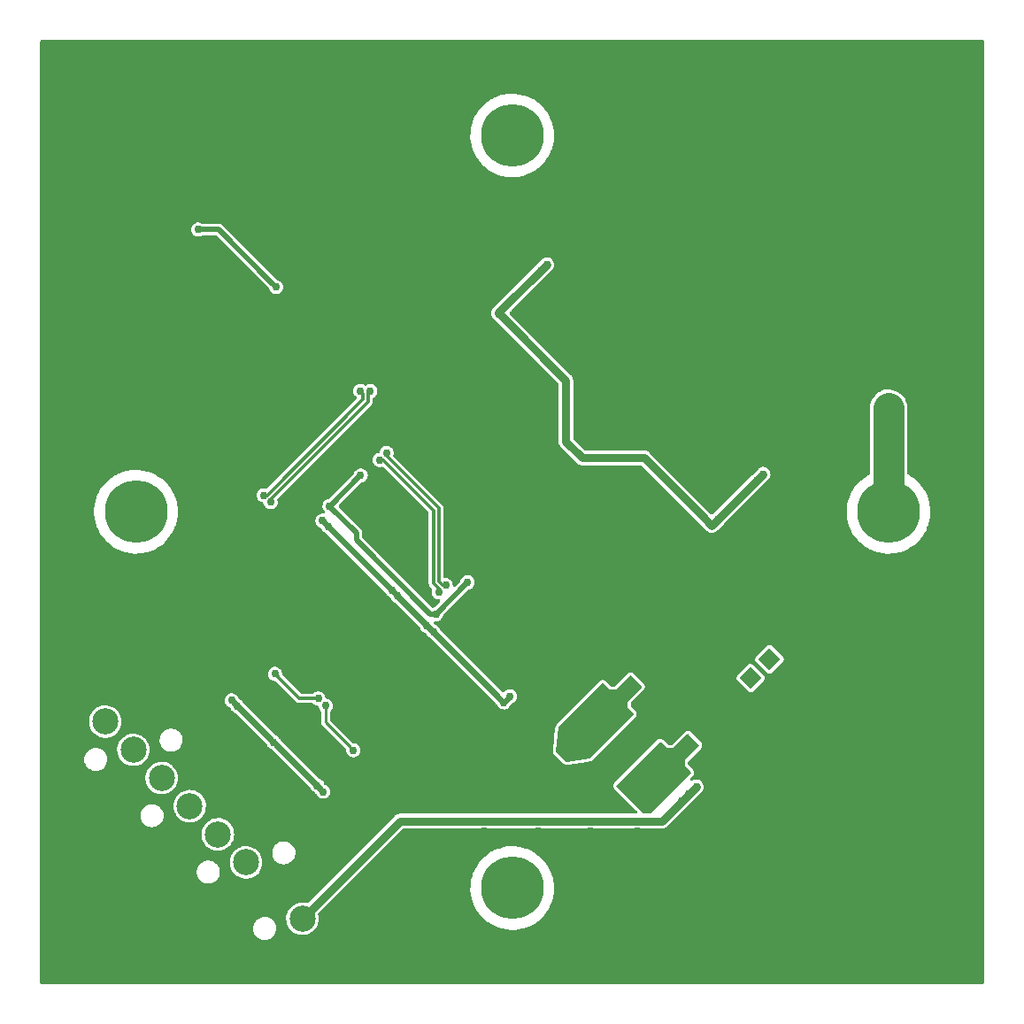
<source format=gbr>
G04 #@! TF.GenerationSoftware,KiCad,Pcbnew,5.99.0-unknown-43001cae3~104~ubuntu18.04.1*
G04 #@! TF.CreationDate,2020-11-12T23:28:15+01:00*
G04 #@! TF.ProjectId,QFHMIX01C,5146484d-4958-4303-9143-2e6b69636164,REV 0.2*
G04 #@! TF.SameCoordinates,Original*
G04 #@! TF.FileFunction,Copper,L1,Top*
G04 #@! TF.FilePolarity,Positive*
%FSLAX45Y45*%
G04 Gerber Fmt 4.5, Leading zero omitted, Abs format (unit mm)*
G04 Created by KiCad (PCBNEW 5.99.0-unknown-43001cae3~104~ubuntu18.04.1) date 2020-11-12 23:28:15*
%MOMM*%
%LPD*%
G01*
G04 APERTURE LIST*
G04 Aperture macros list*
%AMRotRect*
0 Rectangle, with rotation*
0 The origin of the aperture is its center*
0 $1 length*
0 $2 width*
0 $3 Rotation angle, in degrees counterclockwise*
0 Add horizontal line*
21,1,$1,$2,0,0,$3*%
G04 Aperture macros list end*
G04 #@! TA.AperFunction,ComponentPad*
%ADD10C,2.500000*%
G04 #@! TD*
G04 #@! TA.AperFunction,ComponentPad*
%ADD11RotRect,1.524000X1.524000X225.000000*%
G04 #@! TD*
G04 #@! TA.AperFunction,ComponentPad*
%ADD12C,0.600000*%
G04 #@! TD*
G04 #@! TA.AperFunction,ComponentPad*
%ADD13C,6.000000*%
G04 #@! TD*
G04 #@! TA.AperFunction,ViaPad*
%ADD14C,0.750000*%
G04 #@! TD*
G04 #@! TA.AperFunction,ViaPad*
%ADD15C,1.000000*%
G04 #@! TD*
G04 #@! TA.AperFunction,Conductor*
%ADD16C,0.500000*%
G04 #@! TD*
G04 #@! TA.AperFunction,Conductor*
%ADD17C,0.800000*%
G04 #@! TD*
G04 #@! TA.AperFunction,Conductor*
%ADD18C,0.600000*%
G04 #@! TD*
G04 #@! TA.AperFunction,Conductor*
%ADD19C,0.250000*%
G04 #@! TD*
G04 #@! TA.AperFunction,Conductor*
%ADD20C,0.300000*%
G04 #@! TD*
G04 #@! TA.AperFunction,Conductor*
%ADD21C,3.000000*%
G04 #@! TD*
G04 APERTURE END LIST*
D10*
X12992927Y-12892927D03*
X12723519Y-12623519D03*
X12454111Y-12354111D03*
X12184704Y-12084704D03*
X11915296Y-11815296D03*
X11645888Y-11545888D03*
X11376481Y-11276481D03*
X11107073Y-11007073D03*
D11*
X17639408Y-10589803D03*
X17459803Y-10769408D03*
X17459803Y-10410197D03*
X17280197Y-10589803D03*
X17280197Y-10230592D03*
X17100592Y-10410197D03*
D12*
X11910894Y-6966372D03*
X11910894Y-6895662D03*
X11981605Y-6966372D03*
X11910894Y-7037083D03*
X11840184Y-6966372D03*
D13*
X18556000Y-12556000D03*
X18556000Y-5444000D03*
X11444000Y-12556000D03*
X15000000Y-12600000D03*
X15000000Y-5400000D03*
X18600000Y-9000000D03*
X11400000Y-9000000D03*
X11444000Y-5444000D03*
D14*
X13750000Y-10920000D03*
X12654163Y-10209441D03*
X12747279Y-9917279D03*
X13090000Y-10250000D03*
X13270000Y-10730000D03*
X12990039Y-11712043D03*
X12680000Y-10440000D03*
X12276360Y-11011508D03*
X12830000Y-11850000D03*
X14639960Y-10200000D03*
X12873421Y-10861467D03*
X12774638Y-10960249D03*
X12912737Y-11001755D03*
X13133848Y-11121894D03*
X13035065Y-11220677D03*
X13002540Y-11091557D03*
X14940000Y-10160000D03*
X13630000Y-9200000D03*
X13740000Y-9320000D03*
X14500000Y-10970000D03*
X12425000Y-5700000D03*
X12290000Y-7350000D03*
X12125000Y-7180000D03*
X15640000Y-10480000D03*
X15480000Y-10580000D03*
X12500000Y-6150000D03*
X14730000Y-11700000D03*
X13420000Y-7940000D03*
X13740000Y-7280000D03*
X13149138Y-6850684D03*
X12512742Y-7557790D03*
X13460000Y-7740000D03*
X11650000Y-7850000D03*
X12420000Y-9350000D03*
X12155000Y-7945000D03*
X13210000Y-6550000D03*
X13400000Y-6350000D03*
X12510000Y-8620000D03*
X12000000Y-10550000D03*
X12200000Y-10360000D03*
X13820000Y-8777550D03*
X13780000Y-8300000D03*
X13100000Y-7620000D03*
X12920000Y-7805278D03*
X13420000Y-8620000D03*
X12540000Y-8160000D03*
X13460000Y-7280000D03*
X13920000Y-9140000D03*
X14780000Y-10350000D03*
X14950000Y-10520908D03*
X14120000Y-9320000D03*
X11690434Y-6852656D03*
X11500000Y-6700000D03*
X12620000Y-10780000D03*
X12680000Y-8460000D03*
X12150000Y-11170000D03*
X13000000Y-7980000D03*
X12760000Y-7820000D03*
X13457071Y-12157647D03*
X13707071Y-12407647D03*
X15450000Y-11700000D03*
X15100000Y-11700000D03*
X11425000Y-10775000D03*
X12025000Y-10175000D03*
X11825000Y-10375000D03*
X11625000Y-10575000D03*
X11600000Y-10960000D03*
X12300000Y-8395000D03*
X12400000Y-9950000D03*
X13260000Y-7780000D03*
X13080000Y-7960000D03*
X11990000Y-8125000D03*
D15*
X14535043Y-8157114D03*
X14464332Y-8227825D03*
X14535043Y-8298535D03*
X14605754Y-8227825D03*
X14676464Y-8157114D03*
X14747175Y-8227825D03*
X14676464Y-8298535D03*
X14605754Y-8369246D03*
X14676464Y-8439957D03*
X14747175Y-8369246D03*
X14817886Y-8298535D03*
X14888596Y-8369246D03*
X14817886Y-8439957D03*
X14747175Y-8510668D03*
X14888596Y-8510668D03*
X14464332Y-8086403D03*
X14570398Y-7980337D03*
X14358266Y-8192469D03*
X14340589Y-7962660D03*
X14446655Y-7856594D03*
X14234523Y-8068726D03*
X14994662Y-8404602D03*
X14782530Y-8616734D03*
X15012340Y-8634411D03*
X15118406Y-8528345D03*
X14906274Y-8740477D03*
X15005269Y-7969731D03*
X14920416Y-7969731D03*
X15005269Y-7884878D03*
X15090122Y-7969731D03*
X15005269Y-8054584D03*
X14344124Y-8630876D03*
X14259271Y-8630876D03*
X14344124Y-8715729D03*
X14428977Y-8630876D03*
X14344124Y-8546023D03*
X14180000Y-5930000D03*
X14109289Y-5859289D03*
X14250711Y-6000711D03*
X14038579Y-6071421D03*
X13967868Y-6000711D03*
X14038579Y-5930000D03*
X14109289Y-6142132D03*
X14109289Y-6000711D03*
X14180000Y-6071421D03*
X14180000Y-5788579D03*
X14250711Y-5859289D03*
X14321421Y-5930000D03*
X14392132Y-5859289D03*
X14321421Y-5788579D03*
X14250711Y-5717868D03*
X14392132Y-5717868D03*
X13967868Y-6142132D03*
X13851195Y-5601195D03*
X13766342Y-5601195D03*
X13851195Y-5516343D03*
X13936048Y-5601195D03*
X13851195Y-5686048D03*
X14512340Y-6262340D03*
X14427487Y-6262340D03*
X14512340Y-6177487D03*
X14512340Y-6347193D03*
X14597193Y-6262340D03*
X14073934Y-6248198D03*
X13950190Y-6371942D03*
X13844124Y-6265876D03*
X13738058Y-6159810D03*
X13861802Y-6036066D03*
X14286066Y-5611802D03*
X14409810Y-5488058D03*
X14515876Y-5594124D03*
X14621942Y-5700190D03*
X14498198Y-5823934D03*
X18072500Y-9810000D03*
X18143211Y-9880711D03*
X18218921Y-9820000D03*
X18284632Y-9739289D03*
X18213921Y-9668579D03*
X18143211Y-9597868D03*
X18072500Y-9668579D03*
X18143211Y-9739289D03*
X18001789Y-9739289D03*
X17931079Y-9810000D03*
X18001789Y-9880711D03*
X18072500Y-9951421D03*
X18001789Y-10022132D03*
X17931079Y-9951421D03*
X17860368Y-9880711D03*
X17860368Y-10022132D03*
X17966434Y-10128198D03*
X18390698Y-9703934D03*
X18284632Y-9597868D03*
X18178566Y-9491802D03*
X17754302Y-9916066D03*
X17740160Y-9477660D03*
X17825013Y-9477660D03*
X17740160Y-9562513D03*
X17655307Y-9477660D03*
X17740160Y-9392807D03*
X18401305Y-10138805D03*
X18486158Y-10138805D03*
X18401305Y-10223658D03*
X18316452Y-10138805D03*
X18401305Y-10053952D03*
X18408376Y-9474124D03*
X18302310Y-9368058D03*
X18514442Y-9580190D03*
X17736624Y-10145876D03*
X17630558Y-10039810D03*
X17842690Y-10251942D03*
X15701464Y-9313536D03*
X15630754Y-9242825D03*
X15772175Y-9242825D03*
X15701464Y-9172114D03*
X15560043Y-9313536D03*
X15630754Y-9384246D03*
X15701464Y-9454957D03*
X15772175Y-9384246D03*
X15842886Y-9313536D03*
X15842886Y-9454957D03*
X15772175Y-9525668D03*
X15913596Y-9384246D03*
X16019662Y-9419602D03*
X15913596Y-9525668D03*
X15807530Y-9631734D03*
X15931274Y-9755477D03*
X16037340Y-9649411D03*
X16143406Y-9543345D03*
X15560043Y-9172114D03*
X15489332Y-9242825D03*
X15630754Y-9101404D03*
X15595398Y-8995338D03*
X15471655Y-8871594D03*
X15365589Y-8977660D03*
X15489332Y-9101404D03*
X15383266Y-9207470D03*
X15259523Y-9083726D03*
X15369124Y-9645876D03*
X15369124Y-9561023D03*
X15284271Y-9645876D03*
X15369124Y-9730729D03*
X15453977Y-9645876D03*
X16030269Y-8984731D03*
X15945416Y-8984731D03*
X16030269Y-8899878D03*
X16115122Y-8984731D03*
X16030269Y-9069584D03*
D14*
X19268305Y-7643000D03*
X15521000Y-6043000D03*
X14350000Y-11700000D03*
X17760000Y-8650000D03*
X17810000Y-8600000D03*
X15360000Y-8260000D03*
X15740000Y-8640000D03*
X15670000Y-10150000D03*
X15530000Y-10000000D03*
X14590000Y-9210000D03*
X14530000Y-9270000D03*
X13030000Y-9050000D03*
X12930000Y-8960000D03*
X12700000Y-9260000D03*
X12840000Y-9400000D03*
X12710000Y-9540000D03*
X16600000Y-10890000D03*
X16660000Y-10830000D03*
X15830000Y-10290000D03*
X16070000Y-10290000D03*
X13630000Y-10360000D03*
X13590000Y-10140000D03*
X13870000Y-10410000D03*
X13450000Y-10280000D03*
X13720000Y-10550000D03*
X14980000Y-11340000D03*
X12200000Y-11800000D03*
X12172500Y-6932500D03*
X11597500Y-6960000D03*
X14000000Y-13000000D03*
X14000000Y-12500000D03*
X11000000Y-10500000D03*
X13500000Y-13000000D03*
X11350000Y-7550000D03*
X11350000Y-7020000D03*
X11350000Y-6450000D03*
X12100000Y-5700000D03*
X11850000Y-5950000D03*
X12300000Y-6000000D03*
X11975000Y-9225000D03*
X11450000Y-5225000D03*
X11444000Y-12331000D03*
X11444000Y-12781000D03*
X11669000Y-12556000D03*
X11219000Y-12556000D03*
X11284000Y-12396000D03*
X11604000Y-12396000D03*
X11604000Y-12716000D03*
X11284000Y-12716000D03*
X11604000Y-5284000D03*
X11219000Y-5444000D03*
X11444000Y-5669000D03*
X11284000Y-5284000D03*
X11284000Y-5604000D03*
X11669000Y-5444000D03*
X11604000Y-5604000D03*
X18716000Y-5284000D03*
X18331000Y-5444000D03*
X18556000Y-5669000D03*
X18396000Y-5604000D03*
X18556000Y-5219000D03*
X18781000Y-5444000D03*
X18716000Y-5604000D03*
X18716000Y-12716000D03*
X18781000Y-12556000D03*
X18716000Y-12396000D03*
X18331000Y-12556000D03*
X18556000Y-12331000D03*
X18396000Y-12396000D03*
X18556000Y-12781000D03*
X18396000Y-12716000D03*
X18396000Y-5284000D03*
X11620000Y-7360000D03*
X17060000Y-11010000D03*
X17270000Y-11110000D03*
X16700000Y-12050000D03*
X17180000Y-12050000D03*
X17460000Y-11770000D03*
X18040000Y-11190000D03*
X18040000Y-10910000D03*
X17760000Y-11470000D03*
X16870000Y-9540000D03*
X16920000Y-9490000D03*
X15360000Y-6270000D03*
X15410000Y-6220000D03*
X14520000Y-7110000D03*
X14470000Y-7160000D03*
X14140000Y-7740000D03*
X14090000Y-7690000D03*
X16310000Y-9910000D03*
X16260000Y-9860000D03*
X15610000Y-8770000D03*
X15230000Y-8390000D03*
X16710000Y-9790000D03*
X16890000Y-9790000D03*
X17090000Y-9990000D03*
X16620000Y-10070000D03*
X16620000Y-10330000D03*
X14960000Y-10960000D03*
X15130000Y-11130000D03*
X15160000Y-10740000D03*
X15706000Y-6043000D03*
X19266000Y-7823000D03*
X15513000Y-12599000D03*
X15620000Y-10230000D03*
X15565000Y-10285000D03*
X14805000Y-9275000D03*
X14980000Y-9445000D03*
X14620000Y-9080000D03*
X13580000Y-8480000D03*
X12350000Y-6750000D03*
X10550000Y-10500000D03*
X12010000Y-8675000D03*
X13910000Y-9520000D03*
X13000000Y-13450000D03*
X10550000Y-12500000D03*
X17400000Y-10090000D03*
X17790000Y-10660000D03*
X12865000Y-6737500D03*
X12125000Y-9950000D03*
X15150000Y-10350000D03*
X12650000Y-6975000D03*
X11800000Y-10760000D03*
X13470000Y-10810000D03*
X13260000Y-9450000D03*
X10550000Y-11500000D03*
X13740000Y-7740000D03*
X13400000Y-8300000D03*
X13500000Y-13450000D03*
X12400000Y-9675000D03*
X16270000Y-10100000D03*
X13730000Y-7910000D03*
X12460000Y-11540000D03*
X14730000Y-12050821D03*
X14143736Y-12158218D03*
X16690000Y-10700000D03*
X12425000Y-8900000D03*
X14000000Y-13450000D03*
X12000000Y-13450000D03*
X13600000Y-8100000D03*
X13950000Y-7660000D03*
X15750000Y-12050821D03*
X14190000Y-7430000D03*
X14177500Y-9807500D03*
X16250000Y-11250000D03*
X12070000Y-6480000D03*
X13520000Y-6210000D03*
X13570000Y-11530000D03*
X10550000Y-13450000D03*
X12910000Y-7252500D03*
X11050000Y-9950000D03*
X12225000Y-9125000D03*
X12730000Y-6400000D03*
X11925000Y-7700000D03*
X13465000Y-6805000D03*
X10550000Y-13000000D03*
X14540000Y-11340000D03*
X13240000Y-8120000D03*
X15250000Y-12050821D03*
X17790000Y-10470000D03*
X10550000Y-12000000D03*
X13975000Y-11700000D03*
X14670000Y-9410000D03*
X14790000Y-9730000D03*
X12125000Y-9350000D03*
X11500000Y-13450000D03*
X12125000Y-9675000D03*
X13420000Y-11680000D03*
X13250000Y-8460000D03*
X13980000Y-11340000D03*
X16200000Y-12050821D03*
X12770000Y-6290000D03*
X16330930Y-11163046D03*
X12740000Y-5700000D03*
X16750000Y-10640000D03*
X12480000Y-10460000D03*
X10550000Y-9950000D03*
X12500000Y-13450000D03*
X11500000Y-9950000D03*
D15*
X14605754Y-8086403D03*
D14*
X13060000Y-6025000D03*
X13725000Y-6650000D03*
X14190000Y-7090000D03*
X11396000Y-8254000D03*
X13730000Y-8170000D03*
X11800000Y-9750000D03*
X15703000Y-12599000D03*
X10550000Y-11000000D03*
X13890000Y-6590000D03*
X11000000Y-13450000D03*
X11600000Y-6200000D03*
X11396000Y-8474000D03*
X12950000Y-6300000D03*
X12680000Y-6025000D03*
X16470000Y-9900000D03*
X13190000Y-10520000D03*
X13920000Y-6840000D03*
X16620000Y-11770000D03*
X16760000Y-11630000D03*
X16690000Y-11700000D03*
X13185000Y-9085000D03*
X13240000Y-9140000D03*
X14870000Y-7100000D03*
X13905000Y-9805000D03*
X14185000Y-10092500D03*
X14246250Y-10148750D03*
X13850000Y-9750000D03*
X15512763Y-8237237D03*
X15330002Y-6634998D03*
X15272500Y-6697500D03*
X15675000Y-8485000D03*
X15765000Y-8485000D03*
X16910000Y-9130000D03*
X14935000Y-7035000D03*
X16970000Y-9070000D03*
X14920000Y-10822500D03*
X15512763Y-8325000D03*
X17400000Y-8640000D03*
X17340000Y-8700000D03*
X14976250Y-10766250D03*
X12371320Y-10859979D03*
X12719681Y-11205587D03*
X13192500Y-11677500D03*
X12315671Y-10804329D03*
X13135000Y-11620000D03*
X13215791Y-10855795D03*
X13480000Y-11280000D03*
X16000000Y-10800000D03*
X15900000Y-10900000D03*
X15800000Y-11000000D03*
X15750000Y-10850000D03*
X15850000Y-10750000D03*
X15950000Y-11050000D03*
X16050000Y-10950000D03*
X16400000Y-11300000D03*
X16550000Y-11350000D03*
X16300000Y-11400000D03*
X16500000Y-11600000D03*
X16450000Y-11450000D03*
X16600000Y-11500000D03*
X16350000Y-11550000D03*
X11997500Y-6300000D03*
X12740000Y-6850000D03*
X13797908Y-8436371D03*
X14363594Y-9702092D03*
X13730733Y-8503546D03*
X14296419Y-9769267D03*
X13143949Y-10785084D03*
X12730000Y-10550000D03*
X13252500Y-8945000D03*
X14572500Y-9675000D03*
X14270000Y-9980000D03*
X13550000Y-8652500D03*
X12688588Y-8908588D03*
X13642500Y-7845000D03*
X13547500Y-7845000D03*
X12621412Y-8841412D03*
X18690000Y-8010000D03*
X18600000Y-8100000D03*
X18600000Y-7920000D03*
X18600000Y-8010000D03*
X18510000Y-8010000D03*
D16*
X11840184Y-6966372D02*
X11910894Y-6966372D01*
X11910894Y-7037083D02*
X11910894Y-6966372D01*
X11981605Y-6966372D02*
X11910894Y-6966372D01*
X11910894Y-6895662D02*
X11910894Y-6966372D01*
D17*
X12992927Y-12892927D02*
X13927534Y-11958320D01*
X13927534Y-11958320D02*
X16431680Y-11958320D01*
X16431680Y-11958320D02*
X16760000Y-11630000D01*
D18*
X13850000Y-9750000D02*
X13190000Y-9090000D01*
X14920000Y-10822500D02*
X14976250Y-10766250D01*
D17*
X16265000Y-8485000D02*
X16805000Y-9025000D01*
X16805000Y-9025000D02*
X16910000Y-9130000D01*
X17400000Y-8640000D02*
X17340000Y-8700000D01*
X15675000Y-8485000D02*
X15765000Y-8485000D01*
X14870000Y-7095000D02*
X15330002Y-6634998D01*
D18*
X13190000Y-9090000D02*
X13190000Y-9080000D01*
D17*
X15765000Y-8485000D02*
X16265000Y-8485000D01*
X15672763Y-8485000D02*
X15512763Y-8325000D01*
D18*
X14920000Y-10822500D02*
X13852500Y-9755000D01*
D17*
X16970000Y-9070000D02*
X17340000Y-8700000D01*
X15512763Y-7742763D02*
X14907500Y-7137500D01*
D18*
X14190000Y-10092500D02*
X14185000Y-10092500D01*
D17*
X15512763Y-8325000D02*
X15512763Y-7742763D01*
X15675000Y-8485000D02*
X15672763Y-8485000D01*
X14870000Y-7100000D02*
X14870000Y-7095000D01*
X14907500Y-7137500D02*
X14870000Y-7100000D01*
X16910000Y-9130000D02*
X16970000Y-9070000D01*
D18*
X12716928Y-11205587D02*
X12719681Y-11205587D01*
X12720587Y-11205587D02*
X12719681Y-11205587D01*
X13192500Y-11677500D02*
X12720587Y-11205587D01*
X12315671Y-10804329D02*
X12318424Y-10804329D01*
X12318424Y-10804329D02*
X12719681Y-11205587D01*
D19*
X13442500Y-11242500D02*
X13442500Y-11242500D01*
X13215791Y-11015791D02*
X13215791Y-10855795D01*
X13442500Y-11242500D02*
X13215791Y-11015791D01*
X13480000Y-11280000D02*
X13442500Y-11242500D01*
D16*
X12190000Y-6300000D02*
X12702500Y-6812500D01*
X11997500Y-6300000D02*
X12190000Y-6300000D01*
X12702500Y-6812500D02*
X12740000Y-6850000D01*
D20*
X13797908Y-8468190D02*
X14296670Y-8966952D01*
X14331774Y-9702092D02*
X14363594Y-9702092D01*
X14296670Y-9666988D02*
X14331774Y-9702092D01*
X13797908Y-8436371D02*
X13797908Y-8468190D01*
X14296670Y-8966952D02*
X14296670Y-9666988D01*
X14246670Y-8987663D02*
X14246670Y-9687698D01*
X14246670Y-9687698D02*
X14296419Y-9737447D01*
X14296419Y-9737447D02*
X14296419Y-9769267D01*
X13762553Y-8503546D02*
X14246670Y-8987663D01*
X13730733Y-8503546D02*
X13762553Y-8503546D01*
X13143949Y-10783953D02*
X12963953Y-10783953D01*
X12963953Y-10783953D02*
X12767500Y-10587500D01*
X12767500Y-10587500D02*
X12730000Y-10550000D01*
D16*
X13550000Y-8652500D02*
X13257500Y-8945000D01*
X13509762Y-9202262D02*
X13509762Y-9272795D01*
X13509762Y-9272795D02*
X14216967Y-9980000D01*
X13252500Y-8945000D02*
X13509762Y-9202262D01*
X14270000Y-9977500D02*
X14270000Y-9980000D01*
X14572500Y-9675000D02*
X14270000Y-9977500D01*
X14216967Y-9980000D02*
X14270000Y-9980000D01*
X13257500Y-8945000D02*
X13252500Y-8945000D01*
D20*
X12688588Y-8876768D02*
X13620000Y-7945355D01*
X12688588Y-8908588D02*
X12688588Y-8876768D01*
X13620000Y-7945355D02*
X13620000Y-7867500D01*
X13620000Y-7867500D02*
X13642500Y-7845000D01*
X12621412Y-8841412D02*
X12653232Y-8841412D01*
X13570000Y-7924645D02*
X13570000Y-7867500D01*
X13570000Y-7867500D02*
X13547500Y-7845000D01*
X12653232Y-8841412D02*
X13570000Y-7924645D01*
D21*
X18600000Y-8100000D02*
X18600000Y-8010000D01*
X18600000Y-9000000D02*
X18600000Y-8100000D01*
G04 #@! TA.AperFunction,Conductor*
G36*
X19509150Y-4485396D02*
G01*
X19514604Y-4490850D01*
X19516600Y-4498300D01*
X19516600Y-13501700D01*
X19514604Y-13509150D01*
X19509150Y-13514604D01*
X19501700Y-13516600D01*
X10498300Y-13516600D01*
X10490850Y-13514604D01*
X10485396Y-13509150D01*
X10483400Y-13501700D01*
X10483400Y-12994709D01*
X12521871Y-12994709D01*
X12522004Y-12995406D01*
X12524286Y-13007428D01*
X12525788Y-13015340D01*
X12533536Y-13034858D01*
X12533917Y-13035455D01*
X12533917Y-13035455D01*
X12539965Y-13044929D01*
X12544834Y-13052559D01*
X12545322Y-13053073D01*
X12552450Y-13060598D01*
X12559276Y-13067804D01*
X12576340Y-13080043D01*
X12595410Y-13088834D01*
X12608588Y-13092083D01*
X12615111Y-13093692D01*
X12615112Y-13093692D01*
X12615799Y-13093861D01*
X12616506Y-13093898D01*
X12616507Y-13093898D01*
X12628530Y-13094517D01*
X12636771Y-13094942D01*
X12649406Y-13093177D01*
X12656866Y-13092136D01*
X12656866Y-13092136D01*
X12657569Y-13092038D01*
X12662940Y-13090204D01*
X12676771Y-13085482D01*
X12676771Y-13085482D01*
X12677442Y-13085253D01*
X12678057Y-13084901D01*
X12678057Y-13084901D01*
X12695058Y-13075184D01*
X12695058Y-13075184D01*
X12695673Y-13074833D01*
X12711606Y-13061153D01*
X12722336Y-13047639D01*
X12724223Y-13045262D01*
X12724223Y-13045262D01*
X12724664Y-13044707D01*
X12725536Y-13043035D01*
X12734048Y-13026718D01*
X12734377Y-13026089D01*
X12740393Y-13005970D01*
X12741599Y-12993999D01*
X12742461Y-12985440D01*
X12742461Y-12985439D01*
X12742497Y-12985076D01*
X12742499Y-12984497D01*
X12741915Y-12978374D01*
X12740572Y-12964299D01*
X12740504Y-12963593D01*
X12734593Y-12943442D01*
X12724978Y-12924774D01*
X12712006Y-12908260D01*
X12711471Y-12907795D01*
X12706841Y-12903777D01*
X12837756Y-12903777D01*
X12837845Y-12904368D01*
X12837845Y-12904369D01*
X12839711Y-12916709D01*
X12841487Y-12928447D01*
X12841670Y-12929017D01*
X12841670Y-12929017D01*
X12846728Y-12944770D01*
X12849114Y-12952202D01*
X12849385Y-12952735D01*
X12849385Y-12952735D01*
X12852372Y-12958596D01*
X12860441Y-12974433D01*
X12860794Y-12974916D01*
X12874823Y-12994083D01*
X12874823Y-12994084D01*
X12875176Y-12994566D01*
X12875602Y-12994987D01*
X12875602Y-12994987D01*
X12880442Y-12999760D01*
X12892941Y-13012085D01*
X12893428Y-13012431D01*
X12893428Y-13012431D01*
X12898447Y-13015998D01*
X12913279Y-13026538D01*
X12935665Y-13037554D01*
X12959525Y-13044848D01*
X12984244Y-13048234D01*
X12984841Y-13048220D01*
X12993347Y-13048012D01*
X13009186Y-13047625D01*
X13024957Y-13044673D01*
X13033121Y-13043145D01*
X13033122Y-13043145D01*
X13033710Y-13043035D01*
X13057185Y-13034584D01*
X13079007Y-13022488D01*
X13088975Y-13014643D01*
X13098144Y-13007428D01*
X13098145Y-13007428D01*
X13098614Y-13007059D01*
X13115502Y-12988693D01*
X13129236Y-12967864D01*
X13136275Y-12952202D01*
X13139219Y-12945652D01*
X13139464Y-12945106D01*
X13145921Y-12921007D01*
X13148443Y-12896184D01*
X13148477Y-12892927D01*
X13146476Y-12868057D01*
X13142639Y-12852436D01*
X13142800Y-12844725D01*
X13146573Y-12838346D01*
X13368146Y-12616773D01*
X14599801Y-12616773D01*
X14599835Y-12617141D01*
X14599835Y-12617142D01*
X14603412Y-12656069D01*
X14603446Y-12656438D01*
X14611012Y-12695545D01*
X14622425Y-12733706D01*
X14637571Y-12770546D01*
X14656302Y-12805699D01*
X14678431Y-12838818D01*
X14691609Y-12854832D01*
X14702014Y-12867476D01*
X14703741Y-12869575D01*
X14704003Y-12869836D01*
X14704004Y-12869837D01*
X14730490Y-12896184D01*
X14731980Y-12897667D01*
X14762869Y-12922815D01*
X14763178Y-12923019D01*
X14763178Y-12923019D01*
X14772258Y-12929017D01*
X14796103Y-12944770D01*
X14796430Y-12944942D01*
X14796431Y-12944942D01*
X14813257Y-12953795D01*
X14831354Y-12963316D01*
X14868272Y-12978270D01*
X14906493Y-12989483D01*
X14906858Y-12989551D01*
X14945274Y-12996775D01*
X14945275Y-12996775D01*
X14945639Y-12996844D01*
X14959595Y-12998053D01*
X14984952Y-13000249D01*
X14984953Y-13000249D01*
X14985322Y-13000281D01*
X15003253Y-13000046D01*
X15024780Y-12999764D01*
X15024781Y-12999764D01*
X15025151Y-12999760D01*
X15064730Y-12995285D01*
X15091681Y-12989483D01*
X15103307Y-12986980D01*
X15103307Y-12986980D01*
X15103670Y-12986902D01*
X15141584Y-12974692D01*
X15178099Y-12958777D01*
X15212852Y-12939315D01*
X15245500Y-12916497D01*
X15275720Y-12890549D01*
X15303214Y-12861728D01*
X15327710Y-12830318D01*
X15348965Y-12796631D01*
X15366769Y-12761000D01*
X15373572Y-12743136D01*
X15380814Y-12724123D01*
X15380814Y-12724123D01*
X15380946Y-12723777D01*
X15391356Y-12685329D01*
X15397895Y-12646038D01*
X15400501Y-12606292D01*
X15400550Y-12600000D01*
X15398569Y-12560217D01*
X15392874Y-12522337D01*
X15392703Y-12521195D01*
X15392703Y-12521194D01*
X15392648Y-12520828D01*
X15388911Y-12506114D01*
X15382934Y-12482581D01*
X15382934Y-12482580D01*
X15382843Y-12482222D01*
X15369252Y-12444781D01*
X15352010Y-12408874D01*
X15333056Y-12377761D01*
X15331480Y-12375175D01*
X15331480Y-12375174D01*
X15331287Y-12374857D01*
X15327682Y-12370082D01*
X15307512Y-12343363D01*
X15307511Y-12343363D01*
X15307288Y-12343067D01*
X15305018Y-12340612D01*
X15289021Y-12323306D01*
X15280250Y-12313818D01*
X15250441Y-12287399D01*
X15218155Y-12264070D01*
X15183712Y-12244064D01*
X15163363Y-12234812D01*
X15147790Y-12227732D01*
X15147790Y-12227731D01*
X15147452Y-12227578D01*
X15124661Y-12219841D01*
X15110085Y-12214893D01*
X15110085Y-12214893D01*
X15109734Y-12214774D01*
X15070931Y-12205780D01*
X15031427Y-12200685D01*
X15031057Y-12200674D01*
X15031056Y-12200674D01*
X15016732Y-12200261D01*
X14991611Y-12199538D01*
X14991243Y-12199564D01*
X14991243Y-12199564D01*
X14952249Y-12202325D01*
X14952248Y-12202325D01*
X14951879Y-12202351D01*
X14951515Y-12202414D01*
X14951514Y-12202414D01*
X14912987Y-12209034D01*
X14912987Y-12209034D01*
X14912623Y-12209096D01*
X14912267Y-12209195D01*
X14912266Y-12209195D01*
X14903325Y-12211666D01*
X14874230Y-12219708D01*
X14873885Y-12219841D01*
X14873885Y-12219841D01*
X14855997Y-12226762D01*
X14837082Y-12234079D01*
X14836751Y-12234246D01*
X14836750Y-12234247D01*
X14806388Y-12249617D01*
X14801544Y-12252070D01*
X14767969Y-12273501D01*
X14736688Y-12298160D01*
X14708012Y-12325805D01*
X14682222Y-12356161D01*
X14682013Y-12356464D01*
X14682013Y-12356464D01*
X14677835Y-12362508D01*
X14659575Y-12388928D01*
X14659397Y-12389251D01*
X14659397Y-12389251D01*
X14645164Y-12414980D01*
X14640295Y-12423782D01*
X14640149Y-12424122D01*
X14640149Y-12424123D01*
X14635216Y-12435603D01*
X14624572Y-12460379D01*
X14624460Y-12460732D01*
X14624460Y-12460733D01*
X14617664Y-12482222D01*
X14612561Y-12498357D01*
X14604381Y-12537340D01*
X14604342Y-12537708D01*
X14604342Y-12537709D01*
X14601876Y-12560587D01*
X14600114Y-12576943D01*
X14599801Y-12616773D01*
X13368146Y-12616773D01*
X13952185Y-12032734D01*
X13958865Y-12028878D01*
X13962721Y-12028370D01*
X16428949Y-12028370D01*
X16429963Y-12028404D01*
X16434476Y-12028712D01*
X16434476Y-12028712D01*
X16435372Y-12028773D01*
X16441531Y-12027698D01*
X16442300Y-12027585D01*
X16448508Y-12026833D01*
X16449348Y-12026516D01*
X16450221Y-12026302D01*
X16450226Y-12026320D01*
X16450331Y-12026291D01*
X16450326Y-12026273D01*
X16451186Y-12026013D01*
X16452071Y-12025859D01*
X16457796Y-12023346D01*
X16458515Y-12023052D01*
X16463525Y-12021159D01*
X16463525Y-12021159D01*
X16464365Y-12020842D01*
X16465106Y-12020333D01*
X16465902Y-12019917D01*
X16465910Y-12019934D01*
X16466007Y-12019880D01*
X16465997Y-12019863D01*
X16466770Y-12019407D01*
X16467593Y-12019045D01*
X16472554Y-12015239D01*
X16473182Y-12014782D01*
X16477595Y-12011750D01*
X16477595Y-12011749D01*
X16478336Y-12011240D01*
X16482220Y-12006880D01*
X16482809Y-12006256D01*
X16812137Y-11676928D01*
X16812454Y-11676611D01*
X16820346Y-11666547D01*
X16827322Y-11651097D01*
X16830411Y-11634430D01*
X16829435Y-11617507D01*
X16824451Y-11601305D01*
X16822842Y-11598616D01*
X16816207Y-11587530D01*
X16816207Y-11587530D01*
X16815745Y-11586759D01*
X16803822Y-11574710D01*
X16803057Y-11574241D01*
X16803056Y-11574241D01*
X16790134Y-11566323D01*
X16790134Y-11566322D01*
X16789369Y-11565853D01*
X16781602Y-11563375D01*
X16774075Y-11560973D01*
X16774075Y-11560973D01*
X16773220Y-11560700D01*
X16772324Y-11560639D01*
X16772324Y-11560639D01*
X16757204Y-11559608D01*
X16757204Y-11559608D01*
X16756308Y-11559547D01*
X16755422Y-11559701D01*
X16755422Y-11559701D01*
X16740494Y-11562307D01*
X16740494Y-11562307D01*
X16739609Y-11562461D01*
X16738787Y-11562822D01*
X16738786Y-11562822D01*
X16724087Y-11569275D01*
X16723974Y-11569017D01*
X16717987Y-11570689D01*
X16710517Y-11568771D01*
X16705006Y-11563375D01*
X16702931Y-11555946D01*
X16704849Y-11548476D01*
X16707295Y-11545253D01*
X16727659Y-11524889D01*
X16731683Y-11519896D01*
X16734579Y-11515389D01*
X16736472Y-11511975D01*
X16739265Y-11501310D01*
X16739547Y-11497370D01*
X16739745Y-11494603D01*
X16739745Y-11494603D01*
X16739772Y-11494229D01*
X16739594Y-11488193D01*
X16736179Y-11477710D01*
X16732776Y-11471479D01*
X16727659Y-11464644D01*
X16686080Y-11423065D01*
X16682223Y-11416385D01*
X16681716Y-11412529D01*
X16681716Y-11393157D01*
X16683712Y-11385707D01*
X16686080Y-11382621D01*
X16743630Y-11325070D01*
X16805441Y-11263260D01*
X16809465Y-11258266D01*
X16812361Y-11253760D01*
X16812513Y-11253486D01*
X16813802Y-11251161D01*
X16814253Y-11250346D01*
X16817047Y-11239681D01*
X16817554Y-11232599D01*
X16817519Y-11231421D01*
X16817453Y-11229156D01*
X16817376Y-11226563D01*
X16813960Y-11216081D01*
X16813401Y-11215057D01*
X16811952Y-11212403D01*
X16810558Y-11209850D01*
X16808472Y-11207063D01*
X16806902Y-11204966D01*
X16805441Y-11203014D01*
X16710123Y-11107696D01*
X16705129Y-11103672D01*
X16700623Y-11100776D01*
X16697209Y-11098884D01*
X16686543Y-11096090D01*
X16683585Y-11095878D01*
X16679837Y-11095610D01*
X16679837Y-11095610D01*
X16679462Y-11095583D01*
X16679088Y-11095594D01*
X16679087Y-11095594D01*
X16677231Y-11095649D01*
X16673426Y-11095761D01*
X16662944Y-11099177D01*
X16662340Y-11099507D01*
X16662340Y-11099507D01*
X16660231Y-11100658D01*
X16656713Y-11102579D01*
X16649877Y-11107696D01*
X16530516Y-11227057D01*
X16523837Y-11230914D01*
X16519980Y-11231421D01*
X16500608Y-11231421D01*
X16493158Y-11229425D01*
X16490072Y-11227057D01*
X16445417Y-11182402D01*
X16440423Y-11178378D01*
X16435917Y-11175482D01*
X16432503Y-11173589D01*
X16421838Y-11170796D01*
X16418879Y-11170584D01*
X16415131Y-11170316D01*
X16415131Y-11170316D01*
X16414756Y-11170289D01*
X16414382Y-11170300D01*
X16414381Y-11170300D01*
X16412526Y-11170355D01*
X16408721Y-11170467D01*
X16398238Y-11173882D01*
X16397634Y-11174212D01*
X16397634Y-11174212D01*
X16396374Y-11174900D01*
X16392007Y-11177285D01*
X16385172Y-11182402D01*
X15978757Y-11588816D01*
X15974705Y-11593853D01*
X15971794Y-11598401D01*
X15969885Y-11601865D01*
X15967129Y-11612540D01*
X15966647Y-11619623D01*
X15966659Y-11619998D01*
X15966659Y-11619998D01*
X15966686Y-11620825D01*
X15966845Y-11625658D01*
X15970297Y-11636128D01*
X15973721Y-11642348D01*
X15978862Y-11649166D01*
X16187790Y-11856649D01*
X16193981Y-11862798D01*
X16197861Y-11869464D01*
X16197887Y-11877176D01*
X16194054Y-11883869D01*
X16187388Y-11887749D01*
X16183482Y-11888270D01*
X13930264Y-11888270D01*
X13929251Y-11888235D01*
X13924738Y-11887928D01*
X13924738Y-11887928D01*
X13923841Y-11887867D01*
X13917682Y-11888942D01*
X13916912Y-11889055D01*
X13911694Y-11889687D01*
X13910705Y-11889806D01*
X13909865Y-11890124D01*
X13908993Y-11890338D01*
X13908988Y-11890320D01*
X13908882Y-11890349D01*
X13908887Y-11890367D01*
X13908027Y-11890627D01*
X13907143Y-11890781D01*
X13901417Y-11893294D01*
X13900697Y-11893588D01*
X13894848Y-11895798D01*
X13894108Y-11896307D01*
X13893312Y-11896723D01*
X13893303Y-11896706D01*
X13893207Y-11896760D01*
X13893216Y-11896777D01*
X13892444Y-11897233D01*
X13891621Y-11897595D01*
X13890908Y-11898142D01*
X13890908Y-11898142D01*
X13886663Y-11901399D01*
X13886032Y-11901857D01*
X13881619Y-11904891D01*
X13881618Y-11904891D01*
X13880878Y-11905400D01*
X13880281Y-11906070D01*
X13880281Y-11906070D01*
X13876994Y-11909759D01*
X13876405Y-11910383D01*
X13460702Y-12326087D01*
X13047701Y-12739087D01*
X13041022Y-12742943D01*
X13034119Y-12743136D01*
X13012422Y-12738603D01*
X13011825Y-12738576D01*
X13011824Y-12738576D01*
X12988095Y-12737499D01*
X12988095Y-12737499D01*
X12987498Y-12737472D01*
X12962714Y-12740339D01*
X12962138Y-12740502D01*
X12962138Y-12740502D01*
X12939283Y-12746970D01*
X12939282Y-12746970D01*
X12938706Y-12747133D01*
X12916094Y-12757677D01*
X12915600Y-12758013D01*
X12915600Y-12758013D01*
X12910717Y-12761331D01*
X12895459Y-12771701D01*
X12877331Y-12788844D01*
X12862177Y-12808664D01*
X12850387Y-12830653D01*
X12850192Y-12831219D01*
X12842458Y-12853678D01*
X12842458Y-12853678D01*
X12842264Y-12854243D01*
X12838017Y-12878829D01*
X12838011Y-12879427D01*
X12838011Y-12879427D01*
X12837966Y-12883748D01*
X12837756Y-12903777D01*
X12706841Y-12903777D01*
X12696681Y-12894961D01*
X12696681Y-12894961D01*
X12696146Y-12894497D01*
X12686060Y-12888662D01*
X12678582Y-12884336D01*
X12678582Y-12884336D01*
X12677969Y-12883981D01*
X12663132Y-12878829D01*
X12658801Y-12877325D01*
X12658801Y-12877325D01*
X12658131Y-12877092D01*
X12637349Y-12874079D01*
X12630283Y-12874406D01*
X12617080Y-12875017D01*
X12617079Y-12875017D01*
X12616372Y-12875050D01*
X12595957Y-12879970D01*
X12576841Y-12888662D01*
X12576263Y-12889072D01*
X12576263Y-12889072D01*
X12573842Y-12890789D01*
X12559713Y-12900811D01*
X12559223Y-12901323D01*
X12559223Y-12901324D01*
X12545682Y-12915468D01*
X12545192Y-12915981D01*
X12533801Y-12933622D01*
X12525951Y-12953099D01*
X12521926Y-12973709D01*
X12521925Y-12974418D01*
X12521925Y-12974418D01*
X12521914Y-12978374D01*
X12521871Y-12994709D01*
X10483400Y-12994709D01*
X10483400Y-12455893D01*
X11983056Y-12455893D01*
X11986973Y-12476524D01*
X11987234Y-12477182D01*
X11987234Y-12477183D01*
X11989377Y-12482581D01*
X11994720Y-12496042D01*
X11995102Y-12496640D01*
X11995102Y-12496640D01*
X11999810Y-12504017D01*
X12006019Y-12513743D01*
X12006506Y-12514258D01*
X12013634Y-12521782D01*
X12020461Y-12528988D01*
X12037525Y-12541227D01*
X12056595Y-12550019D01*
X12069772Y-12553268D01*
X12076296Y-12554876D01*
X12076296Y-12554876D01*
X12076984Y-12555046D01*
X12077691Y-12555082D01*
X12077691Y-12555082D01*
X12089715Y-12555702D01*
X12097956Y-12556127D01*
X12110591Y-12554362D01*
X12118051Y-12553320D01*
X12118051Y-12553320D01*
X12118753Y-12553222D01*
X12124125Y-12551388D01*
X12137955Y-12546667D01*
X12137956Y-12546666D01*
X12138626Y-12546437D01*
X12139242Y-12546086D01*
X12139242Y-12546086D01*
X12156242Y-12536369D01*
X12156243Y-12536369D01*
X12156858Y-12536017D01*
X12172790Y-12522337D01*
X12183532Y-12508809D01*
X12185408Y-12506447D01*
X12185408Y-12506447D01*
X12185848Y-12505892D01*
X12195561Y-12487273D01*
X12201578Y-12467154D01*
X12203682Y-12446261D01*
X12203683Y-12445682D01*
X12203631Y-12445129D01*
X12201756Y-12425484D01*
X12201689Y-12424777D01*
X12195778Y-12404627D01*
X12186162Y-12385958D01*
X12173191Y-12369444D01*
X12170429Y-12367048D01*
X12168025Y-12364962D01*
X12298940Y-12364962D01*
X12299030Y-12365553D01*
X12299030Y-12365553D01*
X12299996Y-12371942D01*
X12302671Y-12389631D01*
X12302854Y-12390202D01*
X12302854Y-12390202D01*
X12308957Y-12409208D01*
X12310298Y-12413387D01*
X12321625Y-12435617D01*
X12321979Y-12436100D01*
X12336007Y-12455268D01*
X12336007Y-12455268D01*
X12336361Y-12455751D01*
X12354126Y-12473270D01*
X12354613Y-12473616D01*
X12354613Y-12473616D01*
X12366234Y-12481875D01*
X12374463Y-12487723D01*
X12396850Y-12498738D01*
X12420709Y-12506033D01*
X12445428Y-12509419D01*
X12446026Y-12509404D01*
X12454531Y-12509196D01*
X12470371Y-12508809D01*
X12486142Y-12505858D01*
X12494306Y-12504330D01*
X12494306Y-12504330D01*
X12494895Y-12504220D01*
X12518370Y-12495768D01*
X12540192Y-12483672D01*
X12550160Y-12475828D01*
X12559329Y-12468613D01*
X12559329Y-12468612D01*
X12559799Y-12468243D01*
X12576687Y-12449878D01*
X12590421Y-12429048D01*
X12597459Y-12413387D01*
X12600403Y-12406837D01*
X12600648Y-12406291D01*
X12607106Y-12382191D01*
X12609627Y-12357369D01*
X12609661Y-12354111D01*
X12608236Y-12336401D01*
X12607708Y-12329838D01*
X12607708Y-12329838D01*
X12607660Y-12329242D01*
X12606753Y-12325548D01*
X12601852Y-12305593D01*
X12601852Y-12305593D01*
X12601709Y-12305012D01*
X12598703Y-12297930D01*
X12592194Y-12282597D01*
X12592194Y-12282596D01*
X12591960Y-12282046D01*
X12586108Y-12272753D01*
X12705012Y-12272753D01*
X12705144Y-12273450D01*
X12707839Y-12287645D01*
X12708929Y-12293384D01*
X12709190Y-12294042D01*
X12709190Y-12294042D01*
X12710825Y-12298160D01*
X12716676Y-12312902D01*
X12717058Y-12313499D01*
X12717058Y-12313499D01*
X12722562Y-12322122D01*
X12727975Y-12330603D01*
X12728462Y-12331117D01*
X12735590Y-12338642D01*
X12742417Y-12345848D01*
X12747583Y-12349553D01*
X12758480Y-12357369D01*
X12759481Y-12358087D01*
X12778551Y-12366878D01*
X12791728Y-12370127D01*
X12798252Y-12371736D01*
X12798252Y-12371736D01*
X12798940Y-12371905D01*
X12799647Y-12371942D01*
X12799647Y-12371942D01*
X12811671Y-12372561D01*
X12819912Y-12372986D01*
X12832547Y-12371221D01*
X12840007Y-12370180D01*
X12840007Y-12370180D01*
X12840709Y-12370082D01*
X12846081Y-12368248D01*
X12859911Y-12363526D01*
X12859912Y-12363526D01*
X12860582Y-12363297D01*
X12861198Y-12362945D01*
X12861198Y-12362945D01*
X12878198Y-12353228D01*
X12878199Y-12353228D01*
X12878814Y-12352877D01*
X12882343Y-12349846D01*
X12887600Y-12345333D01*
X12894746Y-12339197D01*
X12905156Y-12326087D01*
X12907364Y-12323306D01*
X12907364Y-12323306D01*
X12907804Y-12322751D01*
X12912465Y-12313818D01*
X12917189Y-12304762D01*
X12917517Y-12304133D01*
X12923534Y-12284014D01*
X12924598Y-12273450D01*
X12925601Y-12263484D01*
X12925601Y-12263483D01*
X12925638Y-12263120D01*
X12925639Y-12262541D01*
X12923645Y-12241637D01*
X12917734Y-12221486D01*
X12908118Y-12202818D01*
X12895147Y-12186304D01*
X12879286Y-12172541D01*
X12869178Y-12166693D01*
X12861723Y-12162380D01*
X12861723Y-12162380D01*
X12861109Y-12162025D01*
X12860439Y-12161792D01*
X12841942Y-12155369D01*
X12841941Y-12155369D01*
X12841272Y-12155136D01*
X12820490Y-12152123D01*
X12813423Y-12152450D01*
X12800221Y-12153061D01*
X12800220Y-12153061D01*
X12799513Y-12153094D01*
X12779098Y-12158014D01*
X12759982Y-12166706D01*
X12742854Y-12178855D01*
X12742364Y-12179367D01*
X12742363Y-12179368D01*
X12728823Y-12193512D01*
X12728332Y-12194025D01*
X12716941Y-12211666D01*
X12709092Y-12231143D01*
X12705067Y-12251753D01*
X12705012Y-12272753D01*
X12586108Y-12272753D01*
X12578665Y-12260933D01*
X12568689Y-12249617D01*
X12562562Y-12242667D01*
X12562561Y-12242667D01*
X12562166Y-12242218D01*
X12559380Y-12239930D01*
X12543348Y-12226762D01*
X12542886Y-12226382D01*
X12531419Y-12219708D01*
X12521840Y-12214133D01*
X12521840Y-12214133D01*
X12521322Y-12213831D01*
X12520764Y-12213617D01*
X12520763Y-12213617D01*
X12498588Y-12205105D01*
X12498588Y-12205104D01*
X12498030Y-12204890D01*
X12473607Y-12199788D01*
X12473010Y-12199761D01*
X12473009Y-12199761D01*
X12449280Y-12198683D01*
X12449280Y-12198683D01*
X12448683Y-12198656D01*
X12423898Y-12201524D01*
X12423323Y-12201687D01*
X12423323Y-12201687D01*
X12400467Y-12208154D01*
X12400467Y-12208154D01*
X12399891Y-12208317D01*
X12399349Y-12208570D01*
X12399348Y-12208570D01*
X12393987Y-12211070D01*
X12377279Y-12218862D01*
X12376785Y-12219197D01*
X12376784Y-12219197D01*
X12360175Y-12230485D01*
X12356643Y-12232885D01*
X12338515Y-12250028D01*
X12323361Y-12269849D01*
X12311571Y-12291837D01*
X12309394Y-12298160D01*
X12303643Y-12314862D01*
X12303643Y-12314863D01*
X12303448Y-12315428D01*
X12299202Y-12340014D01*
X12299195Y-12340612D01*
X12299195Y-12340612D01*
X12299170Y-12343067D01*
X12298940Y-12364962D01*
X12168025Y-12364962D01*
X12157865Y-12356146D01*
X12157865Y-12356146D01*
X12157330Y-12355681D01*
X12147244Y-12349846D01*
X12139767Y-12345521D01*
X12139767Y-12345521D01*
X12139153Y-12345166D01*
X12138483Y-12344933D01*
X12119986Y-12338510D01*
X12119985Y-12338509D01*
X12119316Y-12338277D01*
X12098534Y-12335264D01*
X12091467Y-12335591D01*
X12078265Y-12336202D01*
X12078264Y-12336202D01*
X12077557Y-12336235D01*
X12057142Y-12341155D01*
X12038026Y-12349846D01*
X12037447Y-12350257D01*
X12037447Y-12350257D01*
X12030300Y-12355327D01*
X12020898Y-12361996D01*
X12020408Y-12362508D01*
X12020407Y-12362508D01*
X12008586Y-12374857D01*
X12006376Y-12377165D01*
X11994985Y-12394807D01*
X11987136Y-12414284D01*
X11983111Y-12434894D01*
X11983056Y-12455893D01*
X10483400Y-12455893D01*
X10483400Y-12095554D01*
X12029533Y-12095554D01*
X12033264Y-12120224D01*
X12040891Y-12143979D01*
X12052218Y-12166210D01*
X12052571Y-12166693D01*
X12066599Y-12185860D01*
X12066600Y-12185861D01*
X12066953Y-12186343D01*
X12084718Y-12203862D01*
X12105055Y-12218315D01*
X12127442Y-12229330D01*
X12128015Y-12229506D01*
X12128015Y-12229506D01*
X12132260Y-12230804D01*
X12151302Y-12236625D01*
X12176021Y-12240011D01*
X12176618Y-12239997D01*
X12185123Y-12239789D01*
X12200963Y-12239402D01*
X12216734Y-12236450D01*
X12224898Y-12234922D01*
X12224898Y-12234922D01*
X12225487Y-12234812D01*
X12227057Y-12234247D01*
X12241447Y-12229066D01*
X12248962Y-12226361D01*
X12270784Y-12214265D01*
X12278549Y-12208154D01*
X12289921Y-12199205D01*
X12289922Y-12199205D01*
X12290391Y-12198835D01*
X12307279Y-12180470D01*
X12321013Y-12159641D01*
X12321819Y-12157848D01*
X12330996Y-12137429D01*
X12331241Y-12136883D01*
X12337698Y-12112784D01*
X12340220Y-12087961D01*
X12340254Y-12084704D01*
X12338253Y-12059834D01*
X12332301Y-12035605D01*
X12332068Y-12035054D01*
X12322787Y-12013189D01*
X12322786Y-12013188D01*
X12322553Y-12012638D01*
X12309258Y-11991526D01*
X12299281Y-11980209D01*
X12293154Y-11973260D01*
X12293153Y-11973259D01*
X12292758Y-11972810D01*
X12290054Y-11970589D01*
X12273941Y-11957354D01*
X12273478Y-11956974D01*
X12272944Y-11956663D01*
X12252432Y-11944725D01*
X12252432Y-11944725D01*
X12251915Y-11944424D01*
X12251356Y-11944209D01*
X12251355Y-11944209D01*
X12229181Y-11935697D01*
X12229180Y-11935697D01*
X12228622Y-11935482D01*
X12204199Y-11930380D01*
X12203602Y-11930353D01*
X12203601Y-11930353D01*
X12179872Y-11929276D01*
X12179872Y-11929276D01*
X12179275Y-11929249D01*
X12154491Y-11932116D01*
X12153915Y-11932279D01*
X12153915Y-11932279D01*
X12131060Y-11938746D01*
X12131059Y-11938747D01*
X12130483Y-11938910D01*
X12107871Y-11949454D01*
X12107377Y-11949790D01*
X12107377Y-11949790D01*
X12096247Y-11957354D01*
X12087236Y-11963478D01*
X12069108Y-11980620D01*
X12053954Y-12000441D01*
X12042164Y-12022429D01*
X12040349Y-12027699D01*
X12034235Y-12045454D01*
X12034235Y-12045455D01*
X12034041Y-12046020D01*
X12029794Y-12070606D01*
X12029533Y-12095554D01*
X10483400Y-12095554D01*
X10483400Y-11917078D01*
X11444241Y-11917078D01*
X11444373Y-11917775D01*
X11447712Y-11935360D01*
X11448158Y-11937709D01*
X11448419Y-11938367D01*
X11448419Y-11938367D01*
X11450823Y-11944424D01*
X11455905Y-11957227D01*
X11456286Y-11957824D01*
X11456286Y-11957825D01*
X11462334Y-11967299D01*
X11467203Y-11974928D01*
X11467691Y-11975442D01*
X11474819Y-11982967D01*
X11481645Y-11990173D01*
X11490801Y-11996740D01*
X11496697Y-12000969D01*
X11498709Y-12002412D01*
X11517780Y-12011204D01*
X11530957Y-12014452D01*
X11537481Y-12016061D01*
X11537481Y-12016061D01*
X11538169Y-12016231D01*
X11538876Y-12016267D01*
X11538876Y-12016267D01*
X11550899Y-12016887D01*
X11559140Y-12017311D01*
X11571775Y-12015547D01*
X11579235Y-12014505D01*
X11579236Y-12014505D01*
X11579938Y-12014407D01*
X11585309Y-12012573D01*
X11599140Y-12007851D01*
X11599141Y-12007851D01*
X11599811Y-12007622D01*
X11600426Y-12007270D01*
X11600427Y-12007270D01*
X11617427Y-11997554D01*
X11617427Y-11997553D01*
X11618043Y-11997202D01*
X11633975Y-11983522D01*
X11644705Y-11970009D01*
X11646592Y-11967631D01*
X11646592Y-11967631D01*
X11647033Y-11967076D01*
X11647905Y-11965404D01*
X11656417Y-11949087D01*
X11656746Y-11948458D01*
X11662763Y-11928339D01*
X11663968Y-11916369D01*
X11664830Y-11907809D01*
X11664830Y-11907809D01*
X11664867Y-11907445D01*
X11664868Y-11906866D01*
X11664792Y-11906070D01*
X11663329Y-11890733D01*
X11662874Y-11885962D01*
X11656962Y-11865812D01*
X11647347Y-11847143D01*
X11634375Y-11830629D01*
X11633840Y-11830164D01*
X11629210Y-11826147D01*
X11760125Y-11826147D01*
X11760214Y-11826738D01*
X11760214Y-11826738D01*
X11762379Y-11841047D01*
X11763856Y-11850816D01*
X11771483Y-11874572D01*
X11771755Y-11875104D01*
X11771755Y-11875105D01*
X11772810Y-11877176D01*
X11782810Y-11896802D01*
X11783164Y-11897285D01*
X11797192Y-11916453D01*
X11797192Y-11916453D01*
X11797546Y-11916936D01*
X11815311Y-11934454D01*
X11815797Y-11934800D01*
X11815798Y-11934801D01*
X11829037Y-11944209D01*
X11835648Y-11948907D01*
X11858034Y-11959923D01*
X11881894Y-11967218D01*
X11906613Y-11970604D01*
X11907211Y-11970589D01*
X11915716Y-11970381D01*
X11931556Y-11969994D01*
X11947327Y-11967043D01*
X11955490Y-11965515D01*
X11955491Y-11965515D01*
X11956080Y-11965404D01*
X11960291Y-11963888D01*
X11977134Y-11957825D01*
X11979555Y-11956953D01*
X12001376Y-11944857D01*
X12011345Y-11937013D01*
X12020514Y-11929797D01*
X12020514Y-11929797D01*
X12020983Y-11929428D01*
X12037871Y-11911062D01*
X12049393Y-11893589D01*
X12051276Y-11890733D01*
X12051276Y-11890733D01*
X12051606Y-11890233D01*
X12052722Y-11887749D01*
X12061588Y-11868021D01*
X12061833Y-11867476D01*
X12068291Y-11843376D01*
X12070812Y-11818554D01*
X12070846Y-11815296D01*
X12068845Y-11790427D01*
X12062894Y-11766197D01*
X12062660Y-11765646D01*
X12053379Y-11743781D01*
X12053379Y-11743781D01*
X12053145Y-11743230D01*
X12039850Y-11722118D01*
X12028408Y-11709140D01*
X12023746Y-11703852D01*
X12023746Y-11703852D01*
X12023350Y-11703403D01*
X12020565Y-11701115D01*
X12004533Y-11687946D01*
X12004071Y-11687566D01*
X11990716Y-11679794D01*
X11983025Y-11675317D01*
X11983025Y-11675317D01*
X11982507Y-11675016D01*
X11981948Y-11674802D01*
X11981948Y-11674801D01*
X11959773Y-11666289D01*
X11959773Y-11666289D01*
X11959214Y-11666075D01*
X11934792Y-11660973D01*
X11934194Y-11660946D01*
X11934194Y-11660946D01*
X11910465Y-11659868D01*
X11910464Y-11659868D01*
X11909868Y-11659841D01*
X11885083Y-11662709D01*
X11884507Y-11662871D01*
X11884507Y-11662871D01*
X11861652Y-11669339D01*
X11861652Y-11669339D01*
X11861076Y-11669502D01*
X11838463Y-11680046D01*
X11837969Y-11680382D01*
X11837969Y-11680382D01*
X11818322Y-11693734D01*
X11817828Y-11694070D01*
X11817394Y-11694481D01*
X11801892Y-11709140D01*
X11799700Y-11711213D01*
X11784546Y-11731033D01*
X11772756Y-11753022D01*
X11772561Y-11753588D01*
X11764828Y-11776047D01*
X11764828Y-11776047D01*
X11764633Y-11776612D01*
X11760386Y-11801198D01*
X11760380Y-11801796D01*
X11760380Y-11801797D01*
X11760335Y-11806118D01*
X11760125Y-11826147D01*
X11629210Y-11826147D01*
X11619050Y-11817330D01*
X11619050Y-11817330D01*
X11618515Y-11816866D01*
X11608429Y-11811031D01*
X11600951Y-11806705D01*
X11600951Y-11806705D01*
X11600338Y-11806350D01*
X11585501Y-11801198D01*
X11581170Y-11799694D01*
X11581170Y-11799694D01*
X11580501Y-11799462D01*
X11559718Y-11796448D01*
X11552652Y-11796776D01*
X11539449Y-11797387D01*
X11539449Y-11797387D01*
X11538741Y-11797419D01*
X11518326Y-11802339D01*
X11499210Y-11811031D01*
X11482082Y-11823181D01*
X11481592Y-11823693D01*
X11481592Y-11823693D01*
X11468051Y-11837838D01*
X11467561Y-11838350D01*
X11456170Y-11855991D01*
X11448321Y-11875469D01*
X11446404Y-11885281D01*
X11444809Y-11893450D01*
X11444296Y-11896079D01*
X11444294Y-11896787D01*
X11444294Y-11896788D01*
X11444273Y-11904891D01*
X11444241Y-11917078D01*
X10483400Y-11917078D01*
X10483400Y-11556739D01*
X11490717Y-11556739D01*
X11490807Y-11557330D01*
X11490807Y-11557330D01*
X11491770Y-11563700D01*
X11494448Y-11581408D01*
X11494631Y-11581979D01*
X11494631Y-11581979D01*
X11501016Y-11601865D01*
X11502075Y-11605164D01*
X11502347Y-11605697D01*
X11502347Y-11605697D01*
X11506051Y-11612966D01*
X11513402Y-11627394D01*
X11513756Y-11627877D01*
X11527784Y-11647045D01*
X11527784Y-11647045D01*
X11528138Y-11647528D01*
X11545903Y-11665047D01*
X11546390Y-11665393D01*
X11546390Y-11665393D01*
X11551943Y-11669339D01*
X11566240Y-11679500D01*
X11588627Y-11690515D01*
X11612486Y-11697810D01*
X11637205Y-11701196D01*
X11637803Y-11701181D01*
X11646308Y-11700973D01*
X11662148Y-11700586D01*
X11677919Y-11697635D01*
X11686083Y-11696107D01*
X11686083Y-11696107D01*
X11686672Y-11695997D01*
X11691597Y-11694224D01*
X11702632Y-11690251D01*
X11710147Y-11687545D01*
X11731969Y-11675449D01*
X11744322Y-11665728D01*
X11751106Y-11660390D01*
X11751106Y-11660389D01*
X11751576Y-11660020D01*
X11768464Y-11641655D01*
X11782198Y-11620825D01*
X11782570Y-11619998D01*
X11792180Y-11598614D01*
X11792425Y-11598068D01*
X11798883Y-11573968D01*
X11801404Y-11549146D01*
X11801438Y-11545888D01*
X11799437Y-11521019D01*
X11793486Y-11496789D01*
X11792558Y-11494603D01*
X11783971Y-11474374D01*
X11783971Y-11474373D01*
X11783737Y-11473823D01*
X11770442Y-11452710D01*
X11760466Y-11441394D01*
X11754339Y-11434444D01*
X11754338Y-11434444D01*
X11753943Y-11433995D01*
X11751157Y-11431707D01*
X11735125Y-11418539D01*
X11734663Y-11418159D01*
X11733106Y-11417252D01*
X11713617Y-11405910D01*
X11713617Y-11405910D01*
X11713099Y-11405608D01*
X11712541Y-11405394D01*
X11712540Y-11405394D01*
X11690365Y-11396882D01*
X11690365Y-11396881D01*
X11689807Y-11396667D01*
X11665384Y-11391565D01*
X11664787Y-11391538D01*
X11664786Y-11391538D01*
X11641057Y-11390460D01*
X11641057Y-11390460D01*
X11640460Y-11390433D01*
X11615675Y-11393301D01*
X11615100Y-11393464D01*
X11615100Y-11393464D01*
X11592244Y-11399931D01*
X11592244Y-11399931D01*
X11591668Y-11400094D01*
X11569056Y-11410639D01*
X11568562Y-11410974D01*
X11568561Y-11410974D01*
X11552485Y-11421900D01*
X11548420Y-11424662D01*
X11530292Y-11441805D01*
X11515138Y-11461626D01*
X11503348Y-11483614D01*
X11503153Y-11484181D01*
X11495420Y-11506639D01*
X11495420Y-11506640D01*
X11495225Y-11507205D01*
X11495124Y-11507794D01*
X11495124Y-11507794D01*
X11493848Y-11515177D01*
X11490979Y-11531791D01*
X11490717Y-11556739D01*
X10483400Y-11556739D01*
X10483400Y-11378263D01*
X10905425Y-11378263D01*
X10905558Y-11378959D01*
X10907840Y-11390982D01*
X10909342Y-11398894D01*
X10909604Y-11399552D01*
X10909604Y-11399552D01*
X10909819Y-11400094D01*
X10917090Y-11418412D01*
X10917471Y-11419009D01*
X10917471Y-11419009D01*
X10923519Y-11428483D01*
X10928388Y-11436112D01*
X10928876Y-11436627D01*
X10936004Y-11444152D01*
X10942830Y-11451357D01*
X10945422Y-11453216D01*
X10957146Y-11461626D01*
X10959894Y-11463597D01*
X10978964Y-11472388D01*
X10992142Y-11475637D01*
X10998665Y-11477246D01*
X10998666Y-11477246D01*
X10999353Y-11477415D01*
X11000060Y-11477452D01*
X11000061Y-11477452D01*
X11012084Y-11478071D01*
X11020325Y-11478496D01*
X11032960Y-11476731D01*
X11040420Y-11475690D01*
X11040420Y-11475689D01*
X11041123Y-11475591D01*
X11047786Y-11473317D01*
X11060325Y-11469036D01*
X11060325Y-11469036D01*
X11060996Y-11468807D01*
X11061611Y-11468455D01*
X11061611Y-11468455D01*
X11078612Y-11458738D01*
X11078612Y-11458738D01*
X11079227Y-11458386D01*
X11095160Y-11444707D01*
X11105890Y-11431193D01*
X11107777Y-11428816D01*
X11107777Y-11428816D01*
X11108218Y-11428261D01*
X11109090Y-11426589D01*
X11116425Y-11412529D01*
X11117931Y-11409643D01*
X11123947Y-11389524D01*
X11125330Y-11375795D01*
X11126015Y-11368993D01*
X11126015Y-11368993D01*
X11126051Y-11368630D01*
X11126053Y-11368051D01*
X11125139Y-11358470D01*
X11124126Y-11347853D01*
X11124058Y-11347147D01*
X11118147Y-11326996D01*
X11108532Y-11308327D01*
X11095560Y-11291814D01*
X11095025Y-11291349D01*
X11090395Y-11287331D01*
X11221310Y-11287331D01*
X11221399Y-11287922D01*
X11221399Y-11287923D01*
X11223317Y-11300605D01*
X11225041Y-11312001D01*
X11225224Y-11312571D01*
X11225224Y-11312571D01*
X11232382Y-11334865D01*
X11232668Y-11335756D01*
X11232939Y-11336289D01*
X11232939Y-11336289D01*
X11236497Y-11343272D01*
X11243995Y-11357987D01*
X11244348Y-11358470D01*
X11258376Y-11377637D01*
X11258377Y-11377638D01*
X11258730Y-11378120D01*
X11259156Y-11378541D01*
X11259156Y-11378541D01*
X11269578Y-11388818D01*
X11276495Y-11395639D01*
X11276982Y-11395985D01*
X11276982Y-11395985D01*
X11282001Y-11399552D01*
X11296832Y-11410092D01*
X11319219Y-11421107D01*
X11343079Y-11428402D01*
X11367798Y-11431788D01*
X11368395Y-11431774D01*
X11376900Y-11431566D01*
X11392740Y-11431179D01*
X11408511Y-11428227D01*
X11416675Y-11426699D01*
X11416675Y-11426699D01*
X11417264Y-11426589D01*
X11440739Y-11418138D01*
X11442336Y-11417252D01*
X11453662Y-11410974D01*
X11462561Y-11406042D01*
X11474629Y-11396545D01*
X11481698Y-11390982D01*
X11481699Y-11390982D01*
X11482168Y-11390612D01*
X11499056Y-11372247D01*
X11512790Y-11351418D01*
X11514587Y-11347421D01*
X11522773Y-11329206D01*
X11523018Y-11328660D01*
X11529475Y-11304561D01*
X11531997Y-11279738D01*
X11532031Y-11276481D01*
X11530945Y-11262981D01*
X11530078Y-11252208D01*
X11530078Y-11252207D01*
X11530030Y-11251611D01*
X11529077Y-11247733D01*
X11524221Y-11227962D01*
X11524221Y-11227962D01*
X11524078Y-11227382D01*
X11522948Y-11224719D01*
X11514564Y-11204966D01*
X11514563Y-11204965D01*
X11514330Y-11204415D01*
X11508478Y-11195122D01*
X11627381Y-11195122D01*
X11627514Y-11195819D01*
X11629840Y-11208072D01*
X11631298Y-11215753D01*
X11639046Y-11235271D01*
X11639427Y-11235868D01*
X11639427Y-11235869D01*
X11641860Y-11239681D01*
X11650344Y-11252972D01*
X11650832Y-11253486D01*
X11660340Y-11263524D01*
X11664786Y-11268217D01*
X11671401Y-11272962D01*
X11681215Y-11280000D01*
X11681850Y-11280456D01*
X11700920Y-11289248D01*
X11714097Y-11292496D01*
X11720621Y-11294105D01*
X11720622Y-11294105D01*
X11721309Y-11294275D01*
X11722016Y-11294311D01*
X11722017Y-11294311D01*
X11734040Y-11294931D01*
X11742281Y-11295355D01*
X11754916Y-11293591D01*
X11762376Y-11292549D01*
X11762376Y-11292549D01*
X11763078Y-11292451D01*
X11769898Y-11290123D01*
X11782281Y-11285895D01*
X11782281Y-11285895D01*
X11782952Y-11285666D01*
X11783567Y-11285314D01*
X11783567Y-11285314D01*
X11800568Y-11275598D01*
X11800568Y-11275597D01*
X11801183Y-11275246D01*
X11804713Y-11272216D01*
X11813512Y-11264660D01*
X11817116Y-11261566D01*
X11826850Y-11249307D01*
X11829733Y-11245675D01*
X11829733Y-11245675D01*
X11830174Y-11245120D01*
X11839886Y-11226502D01*
X11845903Y-11206383D01*
X11847277Y-11192746D01*
X11847971Y-11185853D01*
X11847971Y-11185853D01*
X11848007Y-11185489D01*
X11848009Y-11184910D01*
X11847608Y-11180710D01*
X11846082Y-11164713D01*
X11846014Y-11164006D01*
X11840103Y-11143856D01*
X11830488Y-11125187D01*
X11817516Y-11108673D01*
X11816715Y-11107978D01*
X11802191Y-11095374D01*
X11802190Y-11095374D01*
X11801655Y-11094910D01*
X11791547Y-11089062D01*
X11784092Y-11084749D01*
X11784092Y-11084749D01*
X11783479Y-11084394D01*
X11782809Y-11084162D01*
X11764311Y-11077738D01*
X11764311Y-11077738D01*
X11763641Y-11077506D01*
X11742859Y-11074493D01*
X11735793Y-11074820D01*
X11722590Y-11075431D01*
X11722589Y-11075431D01*
X11721882Y-11075463D01*
X11701467Y-11080383D01*
X11682351Y-11089075D01*
X11681773Y-11089485D01*
X11681773Y-11089485D01*
X11667887Y-11099335D01*
X11665223Y-11101225D01*
X11664733Y-11101737D01*
X11664733Y-11101737D01*
X11651192Y-11115882D01*
X11650702Y-11116394D01*
X11639311Y-11134035D01*
X11631461Y-11153513D01*
X11629729Y-11162381D01*
X11627587Y-11173353D01*
X11627436Y-11174123D01*
X11627434Y-11174831D01*
X11627434Y-11174832D01*
X11627415Y-11182152D01*
X11627381Y-11195122D01*
X11508478Y-11195122D01*
X11501035Y-11183303D01*
X11494255Y-11175613D01*
X11484931Y-11165037D01*
X11484930Y-11165036D01*
X11484535Y-11164588D01*
X11481749Y-11162299D01*
X11465718Y-11149131D01*
X11465255Y-11148751D01*
X11452028Y-11141053D01*
X11444209Y-11136502D01*
X11444209Y-11136502D01*
X11443692Y-11136201D01*
X11443133Y-11135986D01*
X11443132Y-11135986D01*
X11420958Y-11127474D01*
X11420957Y-11127474D01*
X11420399Y-11127260D01*
X11395976Y-11122157D01*
X11395379Y-11122130D01*
X11395378Y-11122130D01*
X11371649Y-11121053D01*
X11371649Y-11121053D01*
X11371052Y-11121026D01*
X11346268Y-11123893D01*
X11345692Y-11124056D01*
X11345692Y-11124056D01*
X11322837Y-11130524D01*
X11322836Y-11130524D01*
X11322260Y-11130687D01*
X11299648Y-11141231D01*
X11299154Y-11141567D01*
X11299154Y-11141567D01*
X11282544Y-11152855D01*
X11279013Y-11155255D01*
X11278578Y-11155666D01*
X11263103Y-11170300D01*
X11260885Y-11172398D01*
X11245731Y-11192218D01*
X11245448Y-11192746D01*
X11234890Y-11212436D01*
X11233941Y-11214206D01*
X11233746Y-11214773D01*
X11226012Y-11237231D01*
X11226012Y-11237232D01*
X11225818Y-11237797D01*
X11225716Y-11238386D01*
X11225716Y-11238386D01*
X11225377Y-11240348D01*
X11221571Y-11262383D01*
X11221565Y-11262981D01*
X11221565Y-11262981D01*
X11221547Y-11264660D01*
X11221310Y-11287331D01*
X11090395Y-11287331D01*
X11080235Y-11278515D01*
X11080235Y-11278515D01*
X11079700Y-11278051D01*
X11069614Y-11272216D01*
X11062136Y-11267890D01*
X11062136Y-11267890D01*
X11061523Y-11267535D01*
X11048410Y-11262981D01*
X11042355Y-11260879D01*
X11042355Y-11260879D01*
X11041685Y-11260646D01*
X11020903Y-11257633D01*
X11013837Y-11257960D01*
X11000634Y-11258571D01*
X11000633Y-11258571D01*
X10999926Y-11258604D01*
X10979511Y-11263524D01*
X10960395Y-11272216D01*
X10959817Y-11272626D01*
X10959817Y-11272626D01*
X10949317Y-11280074D01*
X10943267Y-11284365D01*
X10942777Y-11284877D01*
X10942777Y-11284878D01*
X10930585Y-11297613D01*
X10928746Y-11299534D01*
X10917355Y-11317176D01*
X10909505Y-11336653D01*
X10905480Y-11357263D01*
X10905425Y-11378263D01*
X10483400Y-11378263D01*
X10483400Y-11017924D01*
X10951902Y-11017924D01*
X10951991Y-11018515D01*
X10951991Y-11018515D01*
X10953749Y-11030138D01*
X10955633Y-11042593D01*
X10955816Y-11043163D01*
X10955816Y-11043163D01*
X10955971Y-11043646D01*
X10963260Y-11066349D01*
X10974587Y-11088579D01*
X10974941Y-11089062D01*
X10988969Y-11108230D01*
X10988969Y-11108230D01*
X10989323Y-11108713D01*
X11007088Y-11126231D01*
X11027425Y-11140684D01*
X11049811Y-11151700D01*
X11050384Y-11151875D01*
X11050384Y-11151875D01*
X11054630Y-11153173D01*
X11073671Y-11158995D01*
X11098390Y-11162381D01*
X11098988Y-11162366D01*
X11107493Y-11162158D01*
X11123333Y-11161771D01*
X11139104Y-11158820D01*
X11147267Y-11157292D01*
X11147268Y-11157292D01*
X11147857Y-11157181D01*
X11171332Y-11148730D01*
X11193153Y-11136634D01*
X11205221Y-11127137D01*
X11212291Y-11121574D01*
X11212291Y-11121574D01*
X11212760Y-11121205D01*
X11229648Y-11102839D01*
X11243383Y-11082010D01*
X11244188Y-11080217D01*
X11253365Y-11059798D01*
X11253610Y-11059253D01*
X11260068Y-11035153D01*
X11262589Y-11010331D01*
X11262623Y-11007073D01*
X11260622Y-10982204D01*
X11255186Y-10960070D01*
X11254813Y-10958555D01*
X11254813Y-10958555D01*
X11254671Y-10957974D01*
X11251684Y-10950937D01*
X11245156Y-10935558D01*
X11245156Y-10935558D01*
X11244922Y-10935007D01*
X11231627Y-10913895D01*
X11223295Y-10904444D01*
X11215523Y-10895629D01*
X11215523Y-10895629D01*
X11215127Y-10895180D01*
X11208724Y-10889920D01*
X11196310Y-10879723D01*
X11195848Y-10879343D01*
X11194565Y-10878597D01*
X11174802Y-10867094D01*
X11174802Y-10867094D01*
X11174284Y-10866793D01*
X11173725Y-10866579D01*
X11173725Y-10866578D01*
X11151550Y-10858066D01*
X11151550Y-10858066D01*
X11150991Y-10857852D01*
X11126569Y-10852750D01*
X11125971Y-10852723D01*
X11125971Y-10852723D01*
X11102242Y-10851645D01*
X11102241Y-10851645D01*
X11101645Y-10851618D01*
X11076860Y-10854486D01*
X11076284Y-10854648D01*
X11076284Y-10854648D01*
X11053429Y-10861116D01*
X11053429Y-10861116D01*
X11052853Y-10861279D01*
X11030240Y-10871823D01*
X11029746Y-10872159D01*
X11029746Y-10872159D01*
X11010099Y-10885511D01*
X11009605Y-10885847D01*
X10991477Y-10902990D01*
X10976323Y-10922810D01*
X10964533Y-10944799D01*
X10964338Y-10945365D01*
X10956605Y-10967824D01*
X10956605Y-10967824D01*
X10956410Y-10968389D01*
X10952163Y-10992975D01*
X10951902Y-11017924D01*
X10483400Y-11017924D01*
X10483400Y-10803617D01*
X12247624Y-10803617D01*
X12247723Y-10804510D01*
X12248960Y-10815717D01*
X12249419Y-10819869D01*
X12249727Y-10820712D01*
X12249727Y-10820712D01*
X12254181Y-10832883D01*
X12255038Y-10835223D01*
X12255539Y-10835969D01*
X12263574Y-10847927D01*
X12264157Y-10848795D01*
X12264821Y-10849399D01*
X12264821Y-10849399D01*
X12268285Y-10852550D01*
X12276251Y-10859799D01*
X12282013Y-10862928D01*
X12288737Y-10866578D01*
X12290620Y-10867601D01*
X12295057Y-10868765D01*
X12301812Y-10872641D01*
X12302961Y-10873790D01*
X12306418Y-10879206D01*
X12310339Y-10889920D01*
X12310687Y-10890873D01*
X12319807Y-10904444D01*
X12331900Y-10915448D01*
X12346269Y-10923250D01*
X12347138Y-10923478D01*
X12347139Y-10923478D01*
X12350706Y-10924414D01*
X12357462Y-10928291D01*
X12652911Y-11223740D01*
X12656368Y-11229156D01*
X12658605Y-11235271D01*
X12659048Y-11236481D01*
X12659549Y-11237227D01*
X12667107Y-11248473D01*
X12668168Y-11250052D01*
X12668832Y-11250657D01*
X12668832Y-11250657D01*
X12672242Y-11253760D01*
X12680261Y-11261056D01*
X12694630Y-11268858D01*
X12695499Y-11269086D01*
X12695500Y-11269086D01*
X12696564Y-11269366D01*
X12703319Y-11273242D01*
X13068230Y-11638153D01*
X13071686Y-11643568D01*
X13074367Y-11650894D01*
X13074868Y-11651640D01*
X13082260Y-11662640D01*
X13083486Y-11664465D01*
X13084151Y-11665070D01*
X13084151Y-11665070D01*
X13086551Y-11667253D01*
X13095580Y-11675469D01*
X13109949Y-11683271D01*
X13110818Y-11683499D01*
X13111653Y-11683830D01*
X13111589Y-11683992D01*
X13117409Y-11687333D01*
X13125730Y-11695653D01*
X13129186Y-11701068D01*
X13129227Y-11701181D01*
X13131867Y-11708394D01*
X13140986Y-11721965D01*
X13141651Y-11722570D01*
X13141651Y-11722570D01*
X13147800Y-11728165D01*
X13153080Y-11732969D01*
X13167449Y-11740771D01*
X13174893Y-11742724D01*
X13182396Y-11744693D01*
X13182396Y-11744693D01*
X13183265Y-11744920D01*
X13199613Y-11745177D01*
X13202151Y-11744596D01*
X13214675Y-11741727D01*
X13214676Y-11741727D01*
X13215551Y-11741527D01*
X13217905Y-11740343D01*
X13229356Y-11734584D01*
X13229356Y-11734584D01*
X13230158Y-11734180D01*
X13235786Y-11729374D01*
X13241908Y-11724145D01*
X13241909Y-11724144D01*
X13242591Y-11723561D01*
X13244274Y-11721220D01*
X13251608Y-11711013D01*
X13251608Y-11711013D01*
X13252133Y-11710283D01*
X13254718Y-11703852D01*
X13257896Y-11695946D01*
X13257896Y-11695945D01*
X13258231Y-11695113D01*
X13259348Y-11687265D01*
X13260466Y-11679407D01*
X13260466Y-11679407D01*
X13260535Y-11678925D01*
X13260550Y-11677500D01*
X13260231Y-11674865D01*
X13258694Y-11662160D01*
X13258694Y-11662159D01*
X13258586Y-11661268D01*
X13252806Y-11645973D01*
X13252297Y-11645232D01*
X13244054Y-11633238D01*
X13244054Y-11633238D01*
X13243545Y-11632498D01*
X13231337Y-11621621D01*
X13216887Y-11613970D01*
X13216016Y-11613751D01*
X13215177Y-11613429D01*
X13215320Y-11613056D01*
X13209977Y-11610054D01*
X13201771Y-11601848D01*
X13198369Y-11596579D01*
X13195306Y-11588473D01*
X13194797Y-11587732D01*
X13186554Y-11575738D01*
X13186554Y-11575738D01*
X13186045Y-11574998D01*
X13185196Y-11574241D01*
X13179622Y-11569275D01*
X13173837Y-11564121D01*
X13159387Y-11556470D01*
X13158516Y-11556251D01*
X13157677Y-11555929D01*
X13157820Y-11555556D01*
X13152477Y-11552554D01*
X12785903Y-11185979D01*
X12782500Y-11180710D01*
X12781538Y-11178162D01*
X12779988Y-11174060D01*
X12779479Y-11173319D01*
X12771235Y-11161325D01*
X12771235Y-11161325D01*
X12770726Y-11160585D01*
X12769033Y-11159076D01*
X12762789Y-11153513D01*
X12758518Y-11149708D01*
X12744068Y-11142057D01*
X12743197Y-11141838D01*
X12742358Y-11141516D01*
X12742501Y-11141143D01*
X12737159Y-11138141D01*
X12436420Y-10837402D01*
X12433018Y-10832133D01*
X12431944Y-10829292D01*
X12431944Y-10829292D01*
X12431627Y-10828452D01*
X12427832Y-10822930D01*
X12422874Y-10815717D01*
X12422874Y-10815717D01*
X12422365Y-10814977D01*
X12421232Y-10813967D01*
X12416998Y-10810195D01*
X12410157Y-10804100D01*
X12401967Y-10799763D01*
X12397176Y-10797226D01*
X12393612Y-10794594D01*
X12380770Y-10781753D01*
X12377368Y-10776483D01*
X12376294Y-10773642D01*
X12375977Y-10772802D01*
X12366716Y-10759327D01*
X12365456Y-10758205D01*
X12360240Y-10753557D01*
X12354508Y-10748450D01*
X12340058Y-10740799D01*
X12339186Y-10740580D01*
X12339186Y-10740580D01*
X12331399Y-10738624D01*
X12324200Y-10736816D01*
X12310727Y-10736745D01*
X12308747Y-10736735D01*
X12307849Y-10736730D01*
X12306976Y-10736940D01*
X12306976Y-10736940D01*
X12292824Y-10740338D01*
X12292823Y-10740338D01*
X12291950Y-10740547D01*
X12291152Y-10740959D01*
X12291152Y-10740959D01*
X12278219Y-10747634D01*
X12278219Y-10747635D01*
X12277421Y-10748047D01*
X12265100Y-10758795D01*
X12255698Y-10772172D01*
X12249759Y-10787406D01*
X12249641Y-10788297D01*
X12249641Y-10788297D01*
X12248812Y-10794594D01*
X12247624Y-10803617D01*
X10483400Y-10803617D01*
X10483400Y-10549287D01*
X12661953Y-10549287D01*
X12662052Y-10550181D01*
X12663151Y-10560137D01*
X12663748Y-10565539D01*
X12664056Y-10566383D01*
X12664056Y-10566383D01*
X12665485Y-10570286D01*
X12669367Y-10580894D01*
X12669868Y-10581640D01*
X12676301Y-10591214D01*
X12678486Y-10594465D01*
X12690580Y-10605469D01*
X12704949Y-10613271D01*
X12712403Y-10615227D01*
X12719896Y-10617193D01*
X12719896Y-10617193D01*
X12720764Y-10617420D01*
X12727882Y-10617532D01*
X12735300Y-10619645D01*
X12738184Y-10621895D01*
X12929635Y-10813346D01*
X12930801Y-10814657D01*
X12932772Y-10817158D01*
X12933688Y-10817791D01*
X12933688Y-10817791D01*
X12937569Y-10820473D01*
X12937949Y-10820745D01*
X12941742Y-10823547D01*
X12941742Y-10823547D01*
X12942638Y-10824208D01*
X12943319Y-10824448D01*
X12943914Y-10824858D01*
X12949257Y-10826548D01*
X12949474Y-10826617D01*
X12949918Y-10826765D01*
X12954366Y-10828327D01*
X12954367Y-10828327D01*
X12955417Y-10828696D01*
X12956139Y-10828724D01*
X12956827Y-10828942D01*
X12957600Y-10829003D01*
X12962937Y-10829003D01*
X12963522Y-10829015D01*
X12967838Y-10829184D01*
X12967838Y-10829184D01*
X12968951Y-10829228D01*
X12969668Y-10829038D01*
X12970298Y-10829003D01*
X13086070Y-10829003D01*
X13093520Y-10830999D01*
X13096098Y-10832883D01*
X13103864Y-10839949D01*
X13103864Y-10839950D01*
X13104529Y-10840554D01*
X13118898Y-10848356D01*
X13126158Y-10850260D01*
X13133844Y-10852277D01*
X13133844Y-10852277D01*
X13134713Y-10852505D01*
X13135612Y-10852519D01*
X13136131Y-10852590D01*
X13143241Y-10855579D01*
X13147904Y-10861722D01*
X13148919Y-10865717D01*
X13149233Y-10868561D01*
X13149539Y-10871334D01*
X13149848Y-10872178D01*
X13149848Y-10872178D01*
X13154727Y-10885511D01*
X13155158Y-10886689D01*
X13155659Y-10887435D01*
X13157367Y-10889977D01*
X13164277Y-10900260D01*
X13165230Y-10901127D01*
X13168369Y-10903983D01*
X13172536Y-10910474D01*
X13173241Y-10915004D01*
X13173241Y-11018948D01*
X13173261Y-11019074D01*
X13173271Y-11019329D01*
X13173271Y-11022525D01*
X13173956Y-11024633D01*
X13174501Y-11026906D01*
X13174848Y-11029094D01*
X13175854Y-11031069D01*
X13176748Y-11033228D01*
X13177433Y-11035335D01*
X13178122Y-11036284D01*
X13178122Y-11036284D01*
X13178735Y-11037127D01*
X13179957Y-11039121D01*
X13180963Y-11041095D01*
X13183223Y-11043356D01*
X13183396Y-11043543D01*
X13183471Y-11043646D01*
X13183740Y-11043915D01*
X13407706Y-11267881D01*
X13411562Y-11274560D01*
X13412059Y-11278490D01*
X13411954Y-11279288D01*
X13412052Y-11280181D01*
X13412052Y-11280181D01*
X13413649Y-11294647D01*
X13413748Y-11295540D01*
X13414057Y-11296383D01*
X13414057Y-11296383D01*
X13418038Y-11307263D01*
X13419367Y-11310894D01*
X13428486Y-11324466D01*
X13429151Y-11325070D01*
X13429151Y-11325070D01*
X13431268Y-11326996D01*
X13440580Y-11335470D01*
X13454949Y-11343272D01*
X13463650Y-11345554D01*
X13469896Y-11347193D01*
X13469896Y-11347193D01*
X13470765Y-11347421D01*
X13487113Y-11347678D01*
X13492406Y-11346465D01*
X13502175Y-11344228D01*
X13502176Y-11344228D01*
X13503051Y-11344027D01*
X13505405Y-11342843D01*
X13516856Y-11337084D01*
X13516856Y-11337084D01*
X13517658Y-11336681D01*
X13523286Y-11331874D01*
X13529408Y-11326645D01*
X13529409Y-11326645D01*
X13530091Y-11326062D01*
X13531774Y-11323720D01*
X13539108Y-11313513D01*
X13539108Y-11313513D01*
X13539633Y-11312784D01*
X13541648Y-11307770D01*
X13545396Y-11298446D01*
X13545396Y-11298446D01*
X13545731Y-11297613D01*
X13546916Y-11289292D01*
X13547705Y-11283742D01*
X15387387Y-11283742D01*
X15387403Y-11284044D01*
X15387403Y-11284045D01*
X15387575Y-11287331D01*
X15387599Y-11287797D01*
X15387812Y-11290123D01*
X15391228Y-11300605D01*
X15394631Y-11306836D01*
X15399748Y-11313672D01*
X15496961Y-11410885D01*
X15497232Y-11411109D01*
X15497232Y-11411109D01*
X15501052Y-11414268D01*
X15501053Y-11414269D01*
X15501323Y-11414492D01*
X15501614Y-11414689D01*
X15501614Y-11414690D01*
X15503656Y-11416076D01*
X15505240Y-11417151D01*
X15505406Y-11417252D01*
X15505407Y-11417252D01*
X15506391Y-11417848D01*
X15507934Y-11418780D01*
X15508778Y-11419048D01*
X15508778Y-11419048D01*
X15515837Y-11421283D01*
X15518445Y-11422108D01*
X15519128Y-11422192D01*
X15519128Y-11422192D01*
X15521136Y-11422438D01*
X15525492Y-11422971D01*
X15530107Y-11422874D01*
X15533496Y-11422803D01*
X15533497Y-11422803D01*
X15534029Y-11422792D01*
X15711503Y-11393464D01*
X15743321Y-11388206D01*
X15743321Y-11388206D01*
X15743893Y-11388111D01*
X15752711Y-11385197D01*
X15759566Y-11381675D01*
X15767070Y-11376204D01*
X15972808Y-11170467D01*
X16178240Y-10965034D01*
X16178522Y-10964752D01*
X16182546Y-10959759D01*
X16185442Y-10955252D01*
X16187334Y-10951838D01*
X16190128Y-10941173D01*
X16190635Y-10934092D01*
X16190457Y-10928056D01*
X16187041Y-10917573D01*
X16183639Y-10911342D01*
X16178522Y-10904507D01*
X16136943Y-10862928D01*
X16133086Y-10856248D01*
X16132579Y-10852392D01*
X16132579Y-10833020D01*
X16134575Y-10825570D01*
X16136943Y-10822484D01*
X16256022Y-10703405D01*
X16256304Y-10703123D01*
X16260328Y-10698129D01*
X16263224Y-10693623D01*
X16265116Y-10690209D01*
X16267910Y-10679544D01*
X16268417Y-10672462D01*
X16268382Y-10671284D01*
X16268270Y-10667492D01*
X16268239Y-10666426D01*
X16264823Y-10655944D01*
X16261421Y-10649713D01*
X16256304Y-10642877D01*
X16204640Y-10591214D01*
X17141917Y-10591214D01*
X17142233Y-10592558D01*
X17142233Y-10592558D01*
X17143547Y-10598144D01*
X17144487Y-10602142D01*
X17145268Y-10603282D01*
X17145268Y-10603282D01*
X17150321Y-10610658D01*
X17150832Y-10611405D01*
X17258595Y-10719168D01*
X17258720Y-10719282D01*
X17258722Y-10719283D01*
X17259646Y-10720125D01*
X17260681Y-10721069D01*
X17261434Y-10721488D01*
X17261434Y-10721489D01*
X17262307Y-10721975D01*
X17270489Y-10726532D01*
X17271856Y-10726723D01*
X17271857Y-10726723D01*
X17275181Y-10727187D01*
X17281608Y-10728083D01*
X17282952Y-10727767D01*
X17282953Y-10727767D01*
X17288991Y-10726347D01*
X17292537Y-10725513D01*
X17293677Y-10724732D01*
X17301232Y-10719557D01*
X17301232Y-10719557D01*
X17301800Y-10719168D01*
X17409563Y-10611405D01*
X17409677Y-10611280D01*
X17409678Y-10611278D01*
X17410883Y-10609957D01*
X17410883Y-10609957D01*
X17411464Y-10609319D01*
X17413945Y-10604865D01*
X17416255Y-10600717D01*
X17416927Y-10599511D01*
X17418478Y-10588392D01*
X17415908Y-10577463D01*
X17409563Y-10568201D01*
X17301800Y-10460437D01*
X17301675Y-10460323D01*
X17301673Y-10460322D01*
X17300351Y-10459117D01*
X17300351Y-10459117D01*
X17299714Y-10458536D01*
X17289906Y-10453073D01*
X17288538Y-10452882D01*
X17288538Y-10452882D01*
X17285214Y-10452419D01*
X17278787Y-10451522D01*
X17277443Y-10451838D01*
X17277442Y-10451838D01*
X17273003Y-10452882D01*
X17267858Y-10454093D01*
X17266718Y-10454873D01*
X17266718Y-10454873D01*
X17259163Y-10460048D01*
X17259163Y-10460049D01*
X17258595Y-10460437D01*
X17150832Y-10568201D01*
X17150718Y-10568326D01*
X17150717Y-10568327D01*
X17149512Y-10569649D01*
X17148931Y-10570286D01*
X17143468Y-10580094D01*
X17141917Y-10591214D01*
X16204640Y-10591214D01*
X16160986Y-10547559D01*
X16155992Y-10543535D01*
X16151486Y-10540639D01*
X16148071Y-10538747D01*
X16137406Y-10535953D01*
X16134447Y-10535741D01*
X16130700Y-10535473D01*
X16130699Y-10535473D01*
X16130325Y-10535446D01*
X16129951Y-10535457D01*
X16129950Y-10535457D01*
X16128094Y-10535512D01*
X16124289Y-10535624D01*
X16113807Y-10539040D01*
X16113203Y-10539369D01*
X16113203Y-10539370D01*
X16112137Y-10539952D01*
X16107576Y-10542442D01*
X16100740Y-10547559D01*
X15981379Y-10666920D01*
X15974700Y-10670777D01*
X15970843Y-10671284D01*
X15951471Y-10671284D01*
X15944021Y-10669288D01*
X15940935Y-10666920D01*
X15896280Y-10622265D01*
X15891286Y-10618241D01*
X15886780Y-10615345D01*
X15883366Y-10613452D01*
X15872701Y-10610658D01*
X15869742Y-10610447D01*
X15865994Y-10610179D01*
X15865994Y-10610179D01*
X15865619Y-10610152D01*
X15865245Y-10610163D01*
X15865244Y-10610163D01*
X15863389Y-10610218D01*
X15859583Y-10610330D01*
X15849101Y-10613745D01*
X15848497Y-10614075D01*
X15848497Y-10614075D01*
X15846388Y-10615227D01*
X15842870Y-10617148D01*
X15836034Y-10622265D01*
X15423811Y-11034488D01*
X15422731Y-11035626D01*
X15421849Y-11036606D01*
X15421511Y-11037139D01*
X15417395Y-11043646D01*
X15416453Y-11045135D01*
X15413720Y-11051688D01*
X15411589Y-11059957D01*
X15411531Y-11060485D01*
X15411531Y-11060485D01*
X15387561Y-11278573D01*
X15387525Y-11278895D01*
X15387517Y-11279195D01*
X15387517Y-11279196D01*
X15387501Y-11279738D01*
X15387387Y-11283742D01*
X13547705Y-11283742D01*
X13547966Y-11281908D01*
X13547966Y-11281907D01*
X13548035Y-11281425D01*
X13548050Y-11280000D01*
X13547877Y-11278573D01*
X13546194Y-11264660D01*
X13546194Y-11264660D01*
X13546086Y-11263768D01*
X13545562Y-11262383D01*
X13544007Y-11258266D01*
X13540306Y-11248473D01*
X13537570Y-11244491D01*
X13531554Y-11235738D01*
X13531554Y-11235738D01*
X13531045Y-11234998D01*
X13527932Y-11232224D01*
X13522496Y-11227382D01*
X13518837Y-11224121D01*
X13504387Y-11216470D01*
X13503516Y-11216251D01*
X13503515Y-11216251D01*
X13493272Y-11213678D01*
X13488529Y-11212487D01*
X13478704Y-11212436D01*
X13471265Y-11210400D01*
X13468246Y-11208072D01*
X13262705Y-11002530D01*
X13258849Y-10995851D01*
X13258341Y-10991994D01*
X13258341Y-10915166D01*
X13260337Y-10907716D01*
X13263564Y-10903836D01*
X13265882Y-10901856D01*
X13267565Y-10899515D01*
X13274899Y-10889308D01*
X13274899Y-10889308D01*
X13275424Y-10888578D01*
X13276183Y-10886689D01*
X13281187Y-10874241D01*
X13281187Y-10874240D01*
X13281522Y-10873408D01*
X13283014Y-10862928D01*
X13283757Y-10857702D01*
X13283757Y-10857702D01*
X13283826Y-10857220D01*
X13283841Y-10855795D01*
X13283702Y-10854648D01*
X13281985Y-10840455D01*
X13281984Y-10840454D01*
X13281877Y-10839563D01*
X13276097Y-10824268D01*
X13274871Y-10822484D01*
X13267345Y-10811533D01*
X13267345Y-10811533D01*
X13266836Y-10810793D01*
X13254628Y-10799916D01*
X13240178Y-10792265D01*
X13239306Y-10792046D01*
X13239306Y-10792046D01*
X13225191Y-10788500D01*
X13225191Y-10788500D01*
X13224320Y-10788282D01*
X13223646Y-10788278D01*
X13216601Y-10785403D01*
X13211874Y-10779309D01*
X13210818Y-10775325D01*
X13210691Y-10774282D01*
X13210034Y-10768852D01*
X13204255Y-10753557D01*
X13201245Y-10749177D01*
X13195503Y-10740822D01*
X13195502Y-10740822D01*
X13194994Y-10740082D01*
X13193671Y-10738903D01*
X13188114Y-10733953D01*
X13182786Y-10729205D01*
X13168336Y-10721554D01*
X13167464Y-10721335D01*
X13167464Y-10721335D01*
X13159294Y-10719283D01*
X13152478Y-10717571D01*
X13139005Y-10717500D01*
X13137025Y-10717490D01*
X13136127Y-10717485D01*
X13135254Y-10717695D01*
X13135254Y-10717695D01*
X13121102Y-10721093D01*
X13121101Y-10721093D01*
X13120228Y-10721302D01*
X13119430Y-10721714D01*
X13119430Y-10721714D01*
X13106497Y-10728389D01*
X13106497Y-10728390D01*
X13105699Y-10728802D01*
X13105022Y-10729392D01*
X13105022Y-10729392D01*
X13100124Y-10733665D01*
X13098911Y-10734723D01*
X13098329Y-10735231D01*
X13091402Y-10738624D01*
X13088534Y-10738903D01*
X12988785Y-10738903D01*
X12981335Y-10736907D01*
X12978249Y-10734539D01*
X12803849Y-10560139D01*
X12803848Y-10560138D01*
X12803847Y-10560137D01*
X12802285Y-10558575D01*
X12798429Y-10551896D01*
X12798029Y-10549829D01*
X12796085Y-10533768D01*
X12795508Y-10532240D01*
X12790624Y-10519313D01*
X12790306Y-10518473D01*
X12781045Y-10504998D01*
X12779785Y-10503875D01*
X12776498Y-10500947D01*
X12768837Y-10494121D01*
X12754387Y-10486470D01*
X12753515Y-10486251D01*
X12753515Y-10486251D01*
X12746555Y-10484503D01*
X12738529Y-10482487D01*
X12725056Y-10482416D01*
X12723076Y-10482406D01*
X12722178Y-10482401D01*
X12721305Y-10482611D01*
X12721305Y-10482611D01*
X12707153Y-10486008D01*
X12707152Y-10486008D01*
X12706279Y-10486218D01*
X12705482Y-10486630D01*
X12705481Y-10486630D01*
X12692548Y-10493305D01*
X12692548Y-10493305D01*
X12691750Y-10493717D01*
X12679429Y-10504466D01*
X12670027Y-10517843D01*
X12664088Y-10533077D01*
X12663970Y-10533967D01*
X12663970Y-10533968D01*
X12663234Y-10539563D01*
X12661953Y-10549287D01*
X10483400Y-10549287D01*
X10483400Y-9016773D01*
X10999801Y-9016773D01*
X10999835Y-9017141D01*
X10999835Y-9017142D01*
X11003412Y-9056069D01*
X11003446Y-9056438D01*
X11011012Y-9095545D01*
X11022425Y-9133706D01*
X11025382Y-9140898D01*
X11037275Y-9169826D01*
X11037572Y-9170546D01*
X11056302Y-9205699D01*
X11078432Y-9238818D01*
X11103741Y-9269575D01*
X11104003Y-9269836D01*
X11104004Y-9269837D01*
X11125066Y-9290789D01*
X11131980Y-9297667D01*
X11162869Y-9322815D01*
X11163178Y-9323019D01*
X11163178Y-9323019D01*
X11180416Y-9334407D01*
X11196103Y-9344770D01*
X11196430Y-9344942D01*
X11196431Y-9344943D01*
X11222383Y-9358596D01*
X11231354Y-9363317D01*
X11268272Y-9378270D01*
X11306493Y-9389483D01*
X11306858Y-9389551D01*
X11345274Y-9396775D01*
X11345275Y-9396775D01*
X11345639Y-9396844D01*
X11359595Y-9398053D01*
X11384952Y-9400249D01*
X11384953Y-9400249D01*
X11385322Y-9400281D01*
X11403253Y-9400046D01*
X11424780Y-9399765D01*
X11424781Y-9399764D01*
X11425151Y-9399760D01*
X11464730Y-9395285D01*
X11491681Y-9389483D01*
X11503307Y-9386980D01*
X11503307Y-9386980D01*
X11503670Y-9386902D01*
X11541584Y-9374692D01*
X11578099Y-9358777D01*
X11612852Y-9339315D01*
X11645500Y-9316497D01*
X11675720Y-9290549D01*
X11703214Y-9261728D01*
X11727710Y-9230318D01*
X11748965Y-9196632D01*
X11749356Y-9195849D01*
X11760924Y-9172696D01*
X11766769Y-9161000D01*
X11777033Y-9134050D01*
X11780814Y-9124124D01*
X11780814Y-9124123D01*
X11780946Y-9123777D01*
X11791356Y-9085329D01*
X11791529Y-9084287D01*
X13116954Y-9084287D01*
X13117052Y-9085181D01*
X13118197Y-9095545D01*
X13118748Y-9100539D01*
X13119057Y-9101383D01*
X13119057Y-9101383D01*
X13120291Y-9104757D01*
X13124367Y-9115894D01*
X13133486Y-9129465D01*
X13145580Y-9140469D01*
X13159949Y-9148271D01*
X13160818Y-9148499D01*
X13161653Y-9148830D01*
X13161589Y-9148993D01*
X13167409Y-9152333D01*
X13173230Y-9158153D01*
X13176687Y-9163569D01*
X13177313Y-9165282D01*
X13179367Y-9170895D01*
X13179868Y-9171640D01*
X13187918Y-9183619D01*
X13188487Y-9184466D01*
X13189151Y-9185070D01*
X13189151Y-9185070D01*
X13192523Y-9188138D01*
X13200580Y-9195470D01*
X13214949Y-9203272D01*
X13215818Y-9203500D01*
X13216653Y-9203830D01*
X13216589Y-9203993D01*
X13222410Y-9207333D01*
X13783230Y-9768153D01*
X13786686Y-9773569D01*
X13789367Y-9780894D01*
X13798486Y-9794465D01*
X13810580Y-9805469D01*
X13824425Y-9812987D01*
X13824949Y-9813271D01*
X13824831Y-9813488D01*
X13828427Y-9815850D01*
X13839673Y-9827096D01*
X13843129Y-9832511D01*
X13844367Y-9835894D01*
X13853486Y-9849465D01*
X13865580Y-9860469D01*
X13879949Y-9868271D01*
X13879831Y-9868489D01*
X13883427Y-9870850D01*
X14115343Y-10102767D01*
X14118800Y-10108182D01*
X14124367Y-10123394D01*
X14133486Y-10136965D01*
X14145580Y-10147969D01*
X14159949Y-10155771D01*
X14160817Y-10155999D01*
X14160817Y-10155999D01*
X14164777Y-10157038D01*
X14167433Y-10157735D01*
X14174187Y-10161611D01*
X14179480Y-10166903D01*
X14182936Y-10172318D01*
X14185617Y-10179644D01*
X14194736Y-10193215D01*
X14206830Y-10204219D01*
X14221199Y-10212021D01*
X14222067Y-10212249D01*
X14222903Y-10212580D01*
X14222839Y-10212742D01*
X14228659Y-10216083D01*
X14853230Y-10840653D01*
X14856686Y-10846069D01*
X14859367Y-10853394D01*
X14859868Y-10854140D01*
X14864963Y-10861722D01*
X14868486Y-10866965D01*
X14869151Y-10867570D01*
X14869151Y-10867570D01*
X14872307Y-10870441D01*
X14880580Y-10877969D01*
X14894949Y-10885771D01*
X14902471Y-10887745D01*
X14909896Y-10889693D01*
X14909896Y-10889693D01*
X14910765Y-10889920D01*
X14927113Y-10890177D01*
X14930909Y-10889308D01*
X14942175Y-10886728D01*
X14942176Y-10886727D01*
X14943051Y-10886527D01*
X14944403Y-10885847D01*
X14950355Y-10882854D01*
X14957658Y-10879180D01*
X14965315Y-10872641D01*
X14969408Y-10869145D01*
X14969409Y-10869145D01*
X14970091Y-10868561D01*
X14979633Y-10855283D01*
X14983534Y-10845579D01*
X14986822Y-10840601D01*
X14993759Y-10833665D01*
X14998982Y-10830350D01*
X14999301Y-10830277D01*
X15001655Y-10829093D01*
X15010075Y-10824858D01*
X15013908Y-10822930D01*
X15021692Y-10816283D01*
X15025658Y-10812895D01*
X15025659Y-10812895D01*
X15026341Y-10812311D01*
X15027862Y-10810195D01*
X15035358Y-10799763D01*
X15035358Y-10799763D01*
X15035883Y-10799033D01*
X15036609Y-10797226D01*
X15041646Y-10784696D01*
X15041646Y-10784696D01*
X15041981Y-10783863D01*
X15043526Y-10773009D01*
X15044216Y-10768157D01*
X15044216Y-10768157D01*
X15044285Y-10767675D01*
X15044300Y-10766250D01*
X15043487Y-10759530D01*
X15042444Y-10750910D01*
X15042444Y-10750910D01*
X15042336Y-10750018D01*
X15036556Y-10734723D01*
X15032475Y-10728785D01*
X15027804Y-10721988D01*
X15027804Y-10721988D01*
X15027295Y-10721248D01*
X15026442Y-10720488D01*
X15022748Y-10717197D01*
X15015087Y-10710371D01*
X15000637Y-10702720D01*
X14999766Y-10702501D01*
X14999765Y-10702501D01*
X14992805Y-10700753D01*
X14984779Y-10698737D01*
X14971306Y-10698666D01*
X14969326Y-10698656D01*
X14968428Y-10698651D01*
X14967555Y-10698861D01*
X14967555Y-10698861D01*
X14953403Y-10702258D01*
X14953403Y-10702258D01*
X14952530Y-10702468D01*
X14951732Y-10702880D01*
X14951732Y-10702880D01*
X14938798Y-10709555D01*
X14938798Y-10709555D01*
X14938000Y-10709967D01*
X14925679Y-10720716D01*
X14925413Y-10721094D01*
X14919114Y-10725185D01*
X14911411Y-10725589D01*
X14903974Y-10721550D01*
X14594032Y-10411608D01*
X17321522Y-10411608D01*
X17324093Y-10422537D01*
X17330437Y-10431800D01*
X17438201Y-10539563D01*
X17438326Y-10539677D01*
X17438327Y-10539678D01*
X17439381Y-10540639D01*
X17440286Y-10541464D01*
X17441039Y-10541883D01*
X17441039Y-10541883D01*
X17444455Y-10543786D01*
X17450094Y-10546927D01*
X17451462Y-10547118D01*
X17451462Y-10547118D01*
X17454628Y-10547559D01*
X17461214Y-10548478D01*
X17462558Y-10548162D01*
X17462558Y-10548162D01*
X17468596Y-10546742D01*
X17472142Y-10545908D01*
X17475921Y-10543319D01*
X17480837Y-10539952D01*
X17480837Y-10539951D01*
X17481405Y-10539563D01*
X17589168Y-10431800D01*
X17589282Y-10431675D01*
X17589283Y-10431673D01*
X17590488Y-10430351D01*
X17590488Y-10430351D01*
X17591069Y-10429714D01*
X17596532Y-10419906D01*
X17598083Y-10408787D01*
X17595513Y-10397858D01*
X17589168Y-10388595D01*
X17481405Y-10280832D01*
X17481280Y-10280718D01*
X17481278Y-10280717D01*
X17479957Y-10279512D01*
X17479957Y-10279512D01*
X17479319Y-10278931D01*
X17469511Y-10273468D01*
X17468144Y-10273277D01*
X17468144Y-10273277D01*
X17464819Y-10272814D01*
X17458392Y-10271917D01*
X17457048Y-10272233D01*
X17457048Y-10272233D01*
X17452608Y-10273277D01*
X17447463Y-10274487D01*
X17446324Y-10275268D01*
X17446323Y-10275268D01*
X17438768Y-10280443D01*
X17438768Y-10280443D01*
X17438201Y-10280832D01*
X17330437Y-10388595D01*
X17330323Y-10388720D01*
X17330322Y-10388722D01*
X17329117Y-10390043D01*
X17328536Y-10390681D01*
X17323073Y-10400489D01*
X17321522Y-10411608D01*
X14594032Y-10411608D01*
X14313021Y-10130598D01*
X14309619Y-10125329D01*
X14306874Y-10118063D01*
X14306556Y-10117223D01*
X14297295Y-10103748D01*
X14285087Y-10092871D01*
X14270637Y-10085220D01*
X14269766Y-10085001D01*
X14268927Y-10084679D01*
X14269077Y-10084289D01*
X14263727Y-10081304D01*
X14258668Y-10076244D01*
X14255362Y-10072939D01*
X14251506Y-10066259D01*
X14251506Y-10058546D01*
X14255362Y-10051867D01*
X14262042Y-10048011D01*
X14266132Y-10047505D01*
X14277113Y-10047677D01*
X14279651Y-10047096D01*
X14292175Y-10044228D01*
X14292176Y-10044227D01*
X14293051Y-10044027D01*
X14307658Y-10036680D01*
X14313286Y-10031874D01*
X14319408Y-10026645D01*
X14319409Y-10026645D01*
X14320091Y-10026061D01*
X14329633Y-10012783D01*
X14335731Y-9997613D01*
X14336357Y-9993217D01*
X14339383Y-9986122D01*
X14340572Y-9984780D01*
X14580554Y-9744799D01*
X14587763Y-9740811D01*
X14588164Y-9740719D01*
X14595551Y-9739027D01*
X14610158Y-9731681D01*
X14620033Y-9723247D01*
X14621908Y-9721645D01*
X14621909Y-9721645D01*
X14622591Y-9721062D01*
X14626903Y-9715061D01*
X14631608Y-9708513D01*
X14631608Y-9708513D01*
X14632133Y-9707784D01*
X14632468Y-9706950D01*
X14637896Y-9693446D01*
X14637896Y-9693446D01*
X14638231Y-9692613D01*
X14640535Y-9676425D01*
X14640550Y-9675000D01*
X14640491Y-9674516D01*
X14638694Y-9659660D01*
X14638694Y-9659660D01*
X14638586Y-9658768D01*
X14638008Y-9657240D01*
X14637121Y-9654892D01*
X14632806Y-9643473D01*
X14626843Y-9634797D01*
X14624054Y-9630738D01*
X14624054Y-9630738D01*
X14623545Y-9629998D01*
X14622285Y-9628875D01*
X14618998Y-9625947D01*
X14611337Y-9619121D01*
X14596887Y-9611470D01*
X14596016Y-9611251D01*
X14596015Y-9611251D01*
X14589055Y-9609503D01*
X14581029Y-9607487D01*
X14567556Y-9607416D01*
X14565576Y-9607406D01*
X14564678Y-9607401D01*
X14563805Y-9607611D01*
X14563805Y-9607611D01*
X14549653Y-9611009D01*
X14549653Y-9611009D01*
X14548780Y-9611218D01*
X14547982Y-9611630D01*
X14547982Y-9611630D01*
X14535048Y-9618305D01*
X14535048Y-9618306D01*
X14534250Y-9618717D01*
X14521929Y-9629466D01*
X14512527Y-9642843D01*
X14506588Y-9658077D01*
X14506471Y-9658968D01*
X14506247Y-9659838D01*
X14506081Y-9659795D01*
X14503541Y-9665927D01*
X14502256Y-9667392D01*
X14457068Y-9712580D01*
X14450388Y-9716437D01*
X14442675Y-9716437D01*
X14435996Y-9712580D01*
X14432139Y-9705901D01*
X14431654Y-9702863D01*
X14431639Y-9702580D01*
X14431644Y-9702092D01*
X14430597Y-9693446D01*
X14429787Y-9686752D01*
X14429787Y-9686751D01*
X14429679Y-9685860D01*
X14423900Y-9670564D01*
X14419261Y-9663815D01*
X14415148Y-9657830D01*
X14415147Y-9657830D01*
X14414639Y-9657089D01*
X14402431Y-9646213D01*
X14387981Y-9638562D01*
X14387109Y-9638343D01*
X14387109Y-9638343D01*
X14380149Y-9636594D01*
X14372123Y-9634578D01*
X14370356Y-9634569D01*
X14356542Y-9634497D01*
X14349102Y-9632462D01*
X14343677Y-9626979D01*
X14341720Y-9619597D01*
X14341720Y-8970433D01*
X14341823Y-8968682D01*
X14342197Y-8965521D01*
X14341997Y-8964426D01*
X14341997Y-8964425D01*
X14341150Y-8959787D01*
X14341073Y-8959326D01*
X14340372Y-8954660D01*
X14340206Y-8953558D01*
X14339894Y-8952907D01*
X14339764Y-8952197D01*
X14339251Y-8951209D01*
X14339250Y-8951208D01*
X14337076Y-8947023D01*
X14336867Y-8946604D01*
X14334825Y-8942353D01*
X14334825Y-8942352D01*
X14334343Y-8941349D01*
X14333853Y-8940819D01*
X14333521Y-8940178D01*
X14333017Y-8939589D01*
X14329245Y-8935817D01*
X14328839Y-8935395D01*
X14325906Y-8932221D01*
X14325150Y-8931403D01*
X14324508Y-8931031D01*
X14324037Y-8930609D01*
X14102025Y-8708597D01*
X13865947Y-8472519D01*
X13862090Y-8465839D01*
X13862090Y-8458126D01*
X13862658Y-8456425D01*
X13863304Y-8454817D01*
X13863640Y-8453983D01*
X13865663Y-8439764D01*
X13865875Y-8438278D01*
X13865875Y-8438277D01*
X13865943Y-8437796D01*
X13865958Y-8436371D01*
X13865007Y-8428510D01*
X13864102Y-8421030D01*
X13864102Y-8421030D01*
X13863994Y-8420138D01*
X13863417Y-8418610D01*
X13858532Y-8405684D01*
X13858214Y-8404843D01*
X13848953Y-8391368D01*
X13847694Y-8390246D01*
X13844406Y-8387317D01*
X13836745Y-8380491D01*
X13822295Y-8372840D01*
X13821424Y-8372621D01*
X13821424Y-8372621D01*
X13814463Y-8370873D01*
X13806437Y-8368857D01*
X13792965Y-8368787D01*
X13790985Y-8368776D01*
X13790087Y-8368771D01*
X13789214Y-8368981D01*
X13789214Y-8368981D01*
X13775061Y-8372379D01*
X13775061Y-8372379D01*
X13774188Y-8372588D01*
X13773390Y-8373000D01*
X13773390Y-8373000D01*
X13760457Y-8379676D01*
X13760456Y-8379676D01*
X13759658Y-8380088D01*
X13747337Y-8390836D01*
X13737936Y-8404213D01*
X13731996Y-8419447D01*
X13731879Y-8420338D01*
X13731879Y-8420338D01*
X13731386Y-8424080D01*
X13728435Y-8431206D01*
X13722315Y-8435901D01*
X13720092Y-8436624D01*
X13707886Y-8439554D01*
X13707886Y-8439554D01*
X13707013Y-8439764D01*
X13706215Y-8440176D01*
X13706215Y-8440176D01*
X13693282Y-8446851D01*
X13693281Y-8446851D01*
X13692483Y-8447263D01*
X13680162Y-8458011D01*
X13670760Y-8471389D01*
X13664821Y-8486622D01*
X13662687Y-8502833D01*
X13664481Y-8519085D01*
X13664790Y-8519929D01*
X13664790Y-8519929D01*
X13669428Y-8532602D01*
X13670100Y-8534440D01*
X13670601Y-8535186D01*
X13678037Y-8546252D01*
X13679220Y-8548011D01*
X13691313Y-8559015D01*
X13705682Y-8566817D01*
X13714383Y-8569100D01*
X13720629Y-8570738D01*
X13720630Y-8570738D01*
X13721498Y-8570966D01*
X13737846Y-8571223D01*
X13753142Y-8567720D01*
X13760850Y-8568002D01*
X13767005Y-8571708D01*
X13983921Y-8788625D01*
X14197256Y-9001959D01*
X14201112Y-9008638D01*
X14201620Y-9012495D01*
X14201620Y-9684216D01*
X14201517Y-9685967D01*
X14201142Y-9689129D01*
X14201342Y-9690225D01*
X14201342Y-9690225D01*
X14202190Y-9694864D01*
X14202266Y-9695325D01*
X14203133Y-9701092D01*
X14203446Y-9701743D01*
X14203576Y-9702453D01*
X14206264Y-9707628D01*
X14206472Y-9708045D01*
X14208996Y-9713301D01*
X14209486Y-9713831D01*
X14209819Y-9714472D01*
X14210322Y-9715061D01*
X14214095Y-9718834D01*
X14214500Y-9719255D01*
X14218190Y-9723247D01*
X14218832Y-9723620D01*
X14219302Y-9724041D01*
X14228422Y-9733160D01*
X14232278Y-9739840D01*
X14232278Y-9747552D01*
X14231768Y-9749108D01*
X14230506Y-9752344D01*
X14228372Y-9768554D01*
X14228471Y-9769447D01*
X14228585Y-9770479D01*
X14230167Y-9784806D01*
X14235786Y-9800161D01*
X14236287Y-9800907D01*
X14239641Y-9805898D01*
X14244905Y-9813732D01*
X14245569Y-9814336D01*
X14245569Y-9814337D01*
X14251719Y-9819932D01*
X14256998Y-9824736D01*
X14271368Y-9832538D01*
X14280069Y-9834821D01*
X14286315Y-9836459D01*
X14286315Y-9836459D01*
X14287183Y-9836687D01*
X14288081Y-9836701D01*
X14297069Y-9836843D01*
X14304487Y-9838956D01*
X14309854Y-9844494D01*
X14311733Y-9851975D01*
X14309620Y-9859393D01*
X14307371Y-9862277D01*
X14258660Y-9910988D01*
X14251603Y-9914940D01*
X14249428Y-9915462D01*
X14247153Y-9916008D01*
X14247153Y-9916008D01*
X14246280Y-9916218D01*
X14245481Y-9916630D01*
X14244640Y-9916943D01*
X14244552Y-9916708D01*
X14238365Y-9918058D01*
X14231017Y-9915714D01*
X14228529Y-9913710D01*
X13569176Y-9254357D01*
X13565320Y-9247678D01*
X13564812Y-9243821D01*
X13564812Y-9203391D01*
X13564825Y-9202767D01*
X13564926Y-9200359D01*
X13565066Y-9197035D01*
X13564788Y-9195849D01*
X13564097Y-9192906D01*
X13563842Y-9191526D01*
X13563404Y-9188331D01*
X13563266Y-9187324D01*
X13562863Y-9186391D01*
X13562862Y-9186391D01*
X13562751Y-9186133D01*
X13561919Y-9183619D01*
X13561855Y-9183344D01*
X13561854Y-9183344D01*
X13561623Y-9182355D01*
X13559579Y-9178638D01*
X13558962Y-9177378D01*
X13557681Y-9174418D01*
X13557278Y-9173486D01*
X13556639Y-9172697D01*
X13556638Y-9172696D01*
X13556461Y-9172477D01*
X13554984Y-9170279D01*
X13554359Y-9169142D01*
X13553849Y-9168551D01*
X13553848Y-9168551D01*
X13553682Y-9168358D01*
X13553503Y-9168151D01*
X13551186Y-9165834D01*
X13550143Y-9164675D01*
X13548428Y-9162558D01*
X13547789Y-9161768D01*
X13546499Y-9160851D01*
X13544595Y-9159242D01*
X13445382Y-9060029D01*
X13343388Y-8958036D01*
X13339532Y-8951356D01*
X13339532Y-8943644D01*
X13343388Y-8936964D01*
X13558054Y-8722299D01*
X13565263Y-8718311D01*
X13572175Y-8716728D01*
X13572176Y-8716727D01*
X13573051Y-8716527D01*
X13587658Y-8709180D01*
X13593286Y-8704374D01*
X13599408Y-8699145D01*
X13599409Y-8699145D01*
X13600091Y-8698561D01*
X13600616Y-8697832D01*
X13609108Y-8686013D01*
X13609108Y-8686013D01*
X13609633Y-8685283D01*
X13612860Y-8677254D01*
X13615396Y-8670946D01*
X13615396Y-8670946D01*
X13615731Y-8670113D01*
X13616898Y-8661916D01*
X13617966Y-8654407D01*
X13617966Y-8654407D01*
X13618035Y-8653925D01*
X13618050Y-8652500D01*
X13617978Y-8651903D01*
X13616194Y-8637160D01*
X13616194Y-8637160D01*
X13616086Y-8636268D01*
X13615508Y-8634740D01*
X13613114Y-8628404D01*
X13610306Y-8620973D01*
X13609529Y-8619841D01*
X13601554Y-8608238D01*
X13601554Y-8608238D01*
X13601045Y-8607498D01*
X13599785Y-8606375D01*
X13595339Y-8602414D01*
X13588837Y-8596621D01*
X13574387Y-8588970D01*
X13573516Y-8588751D01*
X13573515Y-8588751D01*
X13566477Y-8586983D01*
X13558529Y-8584987D01*
X13545056Y-8584916D01*
X13543076Y-8584906D01*
X13542178Y-8584901D01*
X13538484Y-8585788D01*
X13527153Y-8588508D01*
X13527153Y-8588508D01*
X13526280Y-8588718D01*
X13525482Y-8589130D01*
X13525482Y-8589130D01*
X13512548Y-8595805D01*
X13512548Y-8595805D01*
X13511750Y-8596217D01*
X13499429Y-8606966D01*
X13490027Y-8620343D01*
X13484088Y-8635577D01*
X13483971Y-8636468D01*
X13483747Y-8637337D01*
X13483581Y-8637295D01*
X13481041Y-8643426D01*
X13479756Y-8644892D01*
X13251029Y-8873618D01*
X13243972Y-8877571D01*
X13228780Y-8881218D01*
X13227982Y-8881630D01*
X13227982Y-8881630D01*
X13215048Y-8888305D01*
X13215048Y-8888305D01*
X13214250Y-8888717D01*
X13201929Y-8899466D01*
X13192527Y-8912843D01*
X13186588Y-8928077D01*
X13184454Y-8944287D01*
X13184552Y-8945181D01*
X13185421Y-8953053D01*
X13186248Y-8960539D01*
X13186557Y-8961383D01*
X13186557Y-8961383D01*
X13190740Y-8972815D01*
X13191867Y-8975894D01*
X13200986Y-8989465D01*
X13201651Y-8990070D01*
X13201651Y-8990070D01*
X13203293Y-8991565D01*
X13207460Y-8998055D01*
X13207824Y-9005759D01*
X13204286Y-9012613D01*
X13197796Y-9016780D01*
X13193188Y-9017485D01*
X13178076Y-9017406D01*
X13177178Y-9017401D01*
X13176305Y-9017611D01*
X13176305Y-9017611D01*
X13162153Y-9021008D01*
X13162153Y-9021008D01*
X13161280Y-9021218D01*
X13160482Y-9021630D01*
X13160482Y-9021630D01*
X13147548Y-9028305D01*
X13147548Y-9028305D01*
X13146750Y-9028717D01*
X13134429Y-9039466D01*
X13125027Y-9052843D01*
X13119088Y-9068077D01*
X13118971Y-9068967D01*
X13118971Y-9068968D01*
X13117927Y-9076891D01*
X13116954Y-9084287D01*
X11791529Y-9084287D01*
X11796226Y-9056069D01*
X11797895Y-9046038D01*
X11799767Y-9017487D01*
X11800487Y-9006505D01*
X11800487Y-9006505D01*
X11800501Y-9006292D01*
X11800550Y-9000000D01*
X11800056Y-8990070D01*
X11798761Y-8964057D01*
X11798569Y-8960218D01*
X11793871Y-8928968D01*
X11792703Y-8921195D01*
X11792703Y-8921195D01*
X11792648Y-8920828D01*
X11790620Y-8912843D01*
X11782934Y-8882581D01*
X11782934Y-8882580D01*
X11782843Y-8882222D01*
X11769252Y-8844781D01*
X11767293Y-8840700D01*
X12553366Y-8840700D01*
X12555160Y-8856952D01*
X12560779Y-8872307D01*
X12561280Y-8873052D01*
X12566382Y-8880644D01*
X12569899Y-8885878D01*
X12581992Y-8896882D01*
X12596361Y-8904684D01*
X12604519Y-8906824D01*
X12610994Y-8908523D01*
X12617694Y-8912344D01*
X12621585Y-8919003D01*
X12622023Y-8921300D01*
X12622336Y-8924127D01*
X12622644Y-8924970D01*
X12622644Y-8924971D01*
X12627306Y-8937709D01*
X12627955Y-8939482D01*
X12628456Y-8940227D01*
X12636499Y-8952197D01*
X12637074Y-8953053D01*
X12637738Y-8953657D01*
X12637738Y-8953657D01*
X12642550Y-8958036D01*
X12649167Y-8964057D01*
X12663537Y-8971859D01*
X12672238Y-8974142D01*
X12678484Y-8975780D01*
X12678484Y-8975780D01*
X12679352Y-8976008D01*
X12695701Y-8976265D01*
X12698239Y-8975684D01*
X12710763Y-8972815D01*
X12710763Y-8972815D01*
X12711639Y-8972615D01*
X12713993Y-8971430D01*
X12725444Y-8965671D01*
X12725443Y-8965671D01*
X12726246Y-8965268D01*
X12734713Y-8958036D01*
X12737996Y-8955233D01*
X12737996Y-8955232D01*
X12738679Y-8954649D01*
X12744460Y-8946604D01*
X12747696Y-8942101D01*
X12747696Y-8942100D01*
X12748220Y-8941371D01*
X12748700Y-8940178D01*
X12753984Y-8927033D01*
X12753984Y-8927033D01*
X12754319Y-8926200D01*
X12756623Y-8910013D01*
X12756638Y-8908588D01*
X12755623Y-8900201D01*
X12754781Y-8893248D01*
X12754781Y-8893247D01*
X12754673Y-8892355D01*
X12753148Y-8888318D01*
X12752382Y-8880644D01*
X12755556Y-8873614D01*
X12756550Y-8872516D01*
X13200090Y-8428975D01*
X13649393Y-7979673D01*
X13650704Y-7978507D01*
X13652330Y-7977226D01*
X13653204Y-7976536D01*
X13653838Y-7975620D01*
X13653838Y-7975620D01*
X13656520Y-7971740D01*
X13656792Y-7971359D01*
X13659593Y-7967566D01*
X13659594Y-7967566D01*
X13660255Y-7966670D01*
X13660494Y-7965989D01*
X13660905Y-7965395D01*
X13662664Y-7959834D01*
X13662812Y-7959390D01*
X13664374Y-7954942D01*
X13664374Y-7954941D01*
X13664743Y-7953891D01*
X13664771Y-7953170D01*
X13664989Y-7952481D01*
X13665050Y-7951708D01*
X13665050Y-7946371D01*
X13665061Y-7945786D01*
X13665231Y-7941470D01*
X13665231Y-7941470D01*
X13665275Y-7940357D01*
X13665085Y-7939640D01*
X13665050Y-7939010D01*
X13665050Y-7918463D01*
X13667046Y-7911013D01*
X13672500Y-7905560D01*
X13673255Y-7905152D01*
X13679356Y-7902084D01*
X13679356Y-7902084D01*
X13680158Y-7901680D01*
X13685786Y-7896874D01*
X13691908Y-7891645D01*
X13691909Y-7891644D01*
X13692591Y-7891061D01*
X13702133Y-7877783D01*
X13705388Y-7869686D01*
X13707896Y-7863446D01*
X13707896Y-7863445D01*
X13708231Y-7862613D01*
X13709101Y-7856501D01*
X13710466Y-7846907D01*
X13710466Y-7846907D01*
X13710535Y-7846425D01*
X13710550Y-7845000D01*
X13710033Y-7840729D01*
X13708694Y-7829660D01*
X13708694Y-7829659D01*
X13708586Y-7828768D01*
X13708008Y-7827240D01*
X13703124Y-7814313D01*
X13702806Y-7813473D01*
X13693545Y-7799998D01*
X13692285Y-7798875D01*
X13682928Y-7790538D01*
X13681337Y-7789121D01*
X13666887Y-7781470D01*
X13666016Y-7781251D01*
X13666015Y-7781251D01*
X13652876Y-7777950D01*
X13651029Y-7777487D01*
X13637556Y-7777416D01*
X13635576Y-7777406D01*
X13634678Y-7777401D01*
X13633805Y-7777611D01*
X13633805Y-7777611D01*
X13619653Y-7781008D01*
X13619653Y-7781008D01*
X13618780Y-7781218D01*
X13617982Y-7781630D01*
X13617982Y-7781630D01*
X13617477Y-7781890D01*
X13604250Y-7788717D01*
X13603573Y-7789308D01*
X13603369Y-7789447D01*
X13596085Y-7791983D01*
X13588509Y-7790538D01*
X13586821Y-7789552D01*
X13586337Y-7789121D01*
X13585544Y-7788701D01*
X13585543Y-7788700D01*
X13572681Y-7781890D01*
X13571887Y-7781470D01*
X13571016Y-7781251D01*
X13571015Y-7781251D01*
X13557876Y-7777950D01*
X13556029Y-7777487D01*
X13542556Y-7777416D01*
X13540576Y-7777406D01*
X13539678Y-7777401D01*
X13538805Y-7777611D01*
X13538805Y-7777611D01*
X13524653Y-7781008D01*
X13524653Y-7781008D01*
X13523780Y-7781218D01*
X13522982Y-7781630D01*
X13522982Y-7781630D01*
X13510048Y-7788305D01*
X13510048Y-7788305D01*
X13509250Y-7788717D01*
X13496929Y-7799466D01*
X13487527Y-7812843D01*
X13481588Y-7828077D01*
X13481471Y-7828967D01*
X13481471Y-7828967D01*
X13480867Y-7833550D01*
X13479454Y-7844287D01*
X13481248Y-7860539D01*
X13486867Y-7875894D01*
X13487368Y-7876640D01*
X13495308Y-7888456D01*
X13495986Y-7889465D01*
X13496651Y-7890070D01*
X13496651Y-7890070D01*
X13508080Y-7900469D01*
X13507876Y-7900694D01*
X13511785Y-7905417D01*
X13513074Y-7913021D01*
X13510387Y-7920251D01*
X13508775Y-7922159D01*
X12657569Y-8773365D01*
X12650890Y-8777222D01*
X12643403Y-8777281D01*
X12629941Y-8773899D01*
X12616469Y-8773829D01*
X12614489Y-8773818D01*
X12613591Y-8773813D01*
X12612718Y-8774023D01*
X12612718Y-8774023D01*
X12598565Y-8777421D01*
X12598565Y-8777421D01*
X12597692Y-8777630D01*
X12596894Y-8778042D01*
X12596894Y-8778042D01*
X12583961Y-8784718D01*
X12583960Y-8784718D01*
X12583163Y-8785130D01*
X12570841Y-8795878D01*
X12561440Y-8809255D01*
X12555500Y-8824489D01*
X12553366Y-8840700D01*
X11767293Y-8840700D01*
X11752010Y-8808874D01*
X11733227Y-8778042D01*
X11731480Y-8775175D01*
X11731480Y-8775174D01*
X11731287Y-8774858D01*
X11730161Y-8773365D01*
X11707512Y-8743364D01*
X11707511Y-8743363D01*
X11707288Y-8743067D01*
X11680250Y-8713818D01*
X11650441Y-8687399D01*
X11618155Y-8664071D01*
X11583712Y-8644064D01*
X11563203Y-8634740D01*
X11547790Y-8627732D01*
X11547790Y-8627731D01*
X11547452Y-8627578D01*
X11524661Y-8619841D01*
X11510085Y-8614894D01*
X11510085Y-8614893D01*
X11509734Y-8614775D01*
X11470931Y-8605780D01*
X11431427Y-8600685D01*
X11431057Y-8600674D01*
X11431056Y-8600674D01*
X11416732Y-8600262D01*
X11391611Y-8599538D01*
X11391243Y-8599564D01*
X11391243Y-8599564D01*
X11352249Y-8602325D01*
X11352248Y-8602325D01*
X11351879Y-8602351D01*
X11351515Y-8602414D01*
X11351514Y-8602414D01*
X11312987Y-8609034D01*
X11312987Y-8609034D01*
X11312623Y-8609097D01*
X11312267Y-8609195D01*
X11312266Y-8609195D01*
X11301527Y-8612163D01*
X11274230Y-8619708D01*
X11273885Y-8619841D01*
X11273885Y-8619841D01*
X11256290Y-8626648D01*
X11237082Y-8634079D01*
X11236751Y-8634247D01*
X11236750Y-8634247D01*
X11205132Y-8650253D01*
X11201544Y-8652070D01*
X11167969Y-8673501D01*
X11167677Y-8673731D01*
X11167677Y-8673731D01*
X11154080Y-8684450D01*
X11136688Y-8698160D01*
X11108012Y-8725805D01*
X11082222Y-8756161D01*
X11059576Y-8788928D01*
X11059397Y-8789251D01*
X11059397Y-8789251D01*
X11048738Y-8808520D01*
X11040295Y-8823782D01*
X11040149Y-8824122D01*
X11040149Y-8824123D01*
X11033027Y-8840700D01*
X11024572Y-8860380D01*
X11024460Y-8860732D01*
X11024460Y-8860733D01*
X11014177Y-8893248D01*
X11012561Y-8898357D01*
X11012174Y-8900201D01*
X11004744Y-8935610D01*
X11004381Y-8937340D01*
X11004342Y-8937708D01*
X11004342Y-8937709D01*
X11000189Y-8976251D01*
X11000114Y-8976943D01*
X10999801Y-9016773D01*
X10483400Y-9016773D01*
X10483400Y-7103692D01*
X14799547Y-7103692D01*
X14800397Y-7108565D01*
X14800621Y-7109850D01*
X14800735Y-7110621D01*
X14801486Y-7116828D01*
X14801804Y-7117669D01*
X14802018Y-7118541D01*
X14802000Y-7118545D01*
X14802029Y-7118652D01*
X14802047Y-7118646D01*
X14802307Y-7119506D01*
X14802461Y-7120391D01*
X14802822Y-7121214D01*
X14804973Y-7126114D01*
X14805268Y-7126836D01*
X14807478Y-7132685D01*
X14807987Y-7133425D01*
X14808403Y-7134222D01*
X14808386Y-7134230D01*
X14808440Y-7134327D01*
X14808456Y-7134317D01*
X14808914Y-7135090D01*
X14809275Y-7135913D01*
X14809822Y-7136625D01*
X14813080Y-7140871D01*
X14813537Y-7141501D01*
X14817080Y-7146655D01*
X14817750Y-7147253D01*
X14821440Y-7150540D01*
X14822064Y-7151129D01*
X14860889Y-7189954D01*
X14860889Y-7189955D01*
X14860890Y-7189955D01*
X15438349Y-7767415D01*
X15442205Y-7774094D01*
X15442713Y-7777950D01*
X15442713Y-8322269D01*
X15442678Y-8323283D01*
X15442310Y-8328692D01*
X15443384Y-8334850D01*
X15443498Y-8335621D01*
X15444249Y-8341828D01*
X15444567Y-8342669D01*
X15444781Y-8343541D01*
X15444763Y-8343545D01*
X15444792Y-8343652D01*
X15444810Y-8343646D01*
X15445070Y-8344506D01*
X15445224Y-8345391D01*
X15445585Y-8346214D01*
X15447736Y-8351114D01*
X15448031Y-8351836D01*
X15450241Y-8357685D01*
X15450750Y-8358425D01*
X15451166Y-8359222D01*
X15451149Y-8359230D01*
X15451203Y-8359327D01*
X15451219Y-8359317D01*
X15451677Y-8360090D01*
X15452038Y-8360913D01*
X15452585Y-8361625D01*
X15455843Y-8365871D01*
X15456300Y-8366501D01*
X15459843Y-8371655D01*
X15460513Y-8372253D01*
X15464203Y-8375540D01*
X15464827Y-8376129D01*
X15621299Y-8532602D01*
X15621991Y-8533343D01*
X15625556Y-8537429D01*
X15630675Y-8541027D01*
X15631297Y-8541489D01*
X15636216Y-8545346D01*
X15637034Y-8545715D01*
X15637803Y-8546181D01*
X15637793Y-8546197D01*
X15637889Y-8546252D01*
X15637898Y-8546235D01*
X15638690Y-8546660D01*
X15639424Y-8547176D01*
X15640262Y-8547502D01*
X15645249Y-8549447D01*
X15645968Y-8549749D01*
X15650847Y-8551952D01*
X15650847Y-8551952D01*
X15651666Y-8552322D01*
X15652548Y-8552485D01*
X15653406Y-8552754D01*
X15653400Y-8552772D01*
X15653506Y-8552802D01*
X15653511Y-8552784D01*
X15654381Y-8553007D01*
X15655218Y-8553334D01*
X15656109Y-8553451D01*
X15656109Y-8553451D01*
X15661416Y-8554150D01*
X15662186Y-8554272D01*
X15666386Y-8555050D01*
X15668333Y-8555411D01*
X15669230Y-8555359D01*
X15669230Y-8555359D01*
X15674162Y-8555075D01*
X15675020Y-8555050D01*
X16229813Y-8555050D01*
X16237263Y-8557046D01*
X16240349Y-8559414D01*
X16758389Y-9077454D01*
X16758389Y-9077455D01*
X16758389Y-9077455D01*
X16861800Y-9180866D01*
X16861855Y-9180921D01*
X16866178Y-9185290D01*
X16866943Y-9185758D01*
X16866943Y-9185759D01*
X16869229Y-9187159D01*
X16870638Y-9188138D01*
X16873453Y-9190346D01*
X16876308Y-9191635D01*
X16877961Y-9192510D01*
X16880632Y-9194147D01*
X16881487Y-9194420D01*
X16881487Y-9194420D01*
X16884040Y-9195235D01*
X16885642Y-9195849D01*
X16888084Y-9196952D01*
X16888084Y-9196952D01*
X16888903Y-9197322D01*
X16889786Y-9197485D01*
X16889786Y-9197485D01*
X16891450Y-9197794D01*
X16891982Y-9197892D01*
X16893796Y-9198348D01*
X16896780Y-9199300D01*
X16897676Y-9199361D01*
X16897676Y-9199361D01*
X16900350Y-9199544D01*
X16902052Y-9199759D01*
X16904687Y-9200247D01*
X16904687Y-9200247D01*
X16905570Y-9200411D01*
X16906467Y-9200359D01*
X16906467Y-9200359D01*
X16908696Y-9200231D01*
X16910567Y-9200240D01*
X16912796Y-9200392D01*
X16912796Y-9200392D01*
X16913692Y-9200453D01*
X16917218Y-9199838D01*
X16918921Y-9199641D01*
X16920237Y-9199565D01*
X16922493Y-9199435D01*
X16925487Y-9198514D01*
X16927304Y-9198078D01*
X16930391Y-9197539D01*
X16931214Y-9197178D01*
X16931214Y-9197178D01*
X16933667Y-9196101D01*
X16935275Y-9195503D01*
X16937836Y-9194715D01*
X16937836Y-9194715D01*
X16938695Y-9194451D01*
X16941382Y-9192843D01*
X16943045Y-9191984D01*
X16945090Y-9191087D01*
X16945090Y-9191087D01*
X16945913Y-9190725D01*
X16948751Y-9188548D01*
X16950170Y-9187583D01*
X16952470Y-9186206D01*
X16952471Y-9186206D01*
X16953241Y-9185745D01*
X16953879Y-9185114D01*
X16953879Y-9185114D01*
X16955984Y-9183031D01*
X16956186Y-9182842D01*
X16956346Y-9182720D01*
X16960857Y-9178209D01*
X16960912Y-9178154D01*
X16965053Y-9174056D01*
X16965290Y-9173822D01*
X16965351Y-9173722D01*
X16965408Y-9173657D01*
X17022454Y-9116611D01*
X17022455Y-9116611D01*
X17122292Y-9016773D01*
X18199801Y-9016773D01*
X18199835Y-9017141D01*
X18199835Y-9017142D01*
X18203412Y-9056069D01*
X18203446Y-9056438D01*
X18211012Y-9095545D01*
X18222425Y-9133706D01*
X18225382Y-9140898D01*
X18237275Y-9169826D01*
X18237572Y-9170546D01*
X18256302Y-9205699D01*
X18278432Y-9238818D01*
X18303741Y-9269575D01*
X18304003Y-9269836D01*
X18304004Y-9269837D01*
X18325066Y-9290789D01*
X18331980Y-9297667D01*
X18362869Y-9322815D01*
X18363178Y-9323019D01*
X18363178Y-9323019D01*
X18380416Y-9334407D01*
X18396104Y-9344770D01*
X18396430Y-9344942D01*
X18396431Y-9344943D01*
X18422383Y-9358596D01*
X18431354Y-9363317D01*
X18468273Y-9378270D01*
X18506494Y-9389483D01*
X18506858Y-9389551D01*
X18545274Y-9396775D01*
X18545275Y-9396775D01*
X18545639Y-9396844D01*
X18559595Y-9398053D01*
X18584953Y-9400249D01*
X18584953Y-9400249D01*
X18585322Y-9400281D01*
X18603253Y-9400046D01*
X18624780Y-9399765D01*
X18624781Y-9399764D01*
X18625151Y-9399760D01*
X18664730Y-9395285D01*
X18691681Y-9389483D01*
X18703307Y-9386980D01*
X18703308Y-9386980D01*
X18703670Y-9386902D01*
X18741584Y-9374692D01*
X18778099Y-9358777D01*
X18812852Y-9339315D01*
X18845500Y-9316497D01*
X18875720Y-9290549D01*
X18903214Y-9261728D01*
X18927710Y-9230318D01*
X18948965Y-9196632D01*
X18949356Y-9195849D01*
X18960925Y-9172696D01*
X18966769Y-9161000D01*
X18977033Y-9134050D01*
X18980814Y-9124124D01*
X18980814Y-9124123D01*
X18980946Y-9123777D01*
X18991356Y-9085329D01*
X18991529Y-9084287D01*
X18996226Y-9056069D01*
X18997896Y-9046038D01*
X18999767Y-9017487D01*
X19000487Y-9006505D01*
X19000487Y-9006505D01*
X19000501Y-9006292D01*
X19000550Y-9000000D01*
X19000056Y-8990070D01*
X18998761Y-8964057D01*
X18998570Y-8960218D01*
X18993871Y-8928968D01*
X18992703Y-8921195D01*
X18992703Y-8921195D01*
X18992648Y-8920828D01*
X18990620Y-8912843D01*
X18982934Y-8882581D01*
X18982934Y-8882580D01*
X18982843Y-8882222D01*
X18969252Y-8844781D01*
X18952010Y-8808874D01*
X18933227Y-8778042D01*
X18931481Y-8775175D01*
X18931480Y-8775174D01*
X18931287Y-8774858D01*
X18930161Y-8773365D01*
X18907512Y-8743364D01*
X18907511Y-8743363D01*
X18907288Y-8743067D01*
X18880250Y-8713818D01*
X18850441Y-8687399D01*
X18818155Y-8664071D01*
X18787466Y-8646245D01*
X18782027Y-8640777D01*
X18780050Y-8633361D01*
X18780050Y-8003272D01*
X18778567Y-7983313D01*
X18774801Y-7966670D01*
X18772783Y-7957752D01*
X18772783Y-7957751D01*
X18772661Y-7957212D01*
X18762962Y-7932271D01*
X18757182Y-7922159D01*
X18749957Y-7909517D01*
X18749957Y-7909517D01*
X18749683Y-7909038D01*
X18749114Y-7908316D01*
X18733458Y-7888456D01*
X18733115Y-7888022D01*
X18713624Y-7869686D01*
X18701655Y-7861383D01*
X18692091Y-7854748D01*
X18692091Y-7854748D01*
X18691636Y-7854433D01*
X18667635Y-7842597D01*
X18667109Y-7842429D01*
X18667109Y-7842428D01*
X18642675Y-7834607D01*
X18642149Y-7834439D01*
X18615736Y-7830137D01*
X18601255Y-7829947D01*
X18589531Y-7829794D01*
X18589530Y-7829794D01*
X18588978Y-7829787D01*
X18588431Y-7829861D01*
X18588430Y-7829861D01*
X18566812Y-7832803D01*
X18562462Y-7833395D01*
X18561931Y-7833550D01*
X18561931Y-7833550D01*
X18537301Y-7840729D01*
X18537300Y-7840729D01*
X18536770Y-7840884D01*
X18512468Y-7852087D01*
X18508409Y-7854748D01*
X18490551Y-7866456D01*
X18490551Y-7866457D01*
X18490088Y-7866760D01*
X18470123Y-7884579D01*
X18453012Y-7905154D01*
X18452725Y-7905627D01*
X18439416Y-7927559D01*
X18439415Y-7927560D01*
X18439129Y-7928032D01*
X18438915Y-7928542D01*
X18438915Y-7928542D01*
X18431439Y-7946371D01*
X18428780Y-7952711D01*
X18428644Y-7953246D01*
X18428644Y-7953247D01*
X18422329Y-7978112D01*
X18422193Y-7978648D01*
X18419950Y-8000923D01*
X18419950Y-8106726D01*
X18419950Y-8106731D01*
X18419950Y-8633594D01*
X18417954Y-8641044D01*
X18412500Y-8646498D01*
X18411780Y-8646888D01*
X18411005Y-8647280D01*
X18401544Y-8652070D01*
X18367969Y-8673501D01*
X18367677Y-8673731D01*
X18367677Y-8673731D01*
X18354080Y-8684450D01*
X18336688Y-8698160D01*
X18308012Y-8725805D01*
X18282222Y-8756161D01*
X18259576Y-8788928D01*
X18259397Y-8789251D01*
X18259397Y-8789251D01*
X18248738Y-8808520D01*
X18240295Y-8823782D01*
X18240149Y-8824122D01*
X18240149Y-8824123D01*
X18233027Y-8840700D01*
X18224572Y-8860380D01*
X18224460Y-8860732D01*
X18224460Y-8860733D01*
X18214177Y-8893248D01*
X18212561Y-8898357D01*
X18212174Y-8900201D01*
X18204744Y-8935610D01*
X18204381Y-8937340D01*
X18204342Y-8937708D01*
X18204342Y-8937709D01*
X18200189Y-8976251D01*
X18200114Y-8976943D01*
X18199801Y-9016773D01*
X17122292Y-9016773D01*
X17392454Y-8746611D01*
X17392455Y-8746611D01*
X17452137Y-8686928D01*
X17452454Y-8686611D01*
X17460346Y-8676547D01*
X17462875Y-8670946D01*
X17466952Y-8661916D01*
X17467322Y-8661097D01*
X17470411Y-8644430D01*
X17470314Y-8642752D01*
X17469892Y-8635427D01*
X17469435Y-8627507D01*
X17464451Y-8611305D01*
X17463129Y-8609097D01*
X17456207Y-8597530D01*
X17456207Y-8597530D01*
X17455745Y-8596760D01*
X17455114Y-8596121D01*
X17444454Y-8585349D01*
X17444454Y-8585349D01*
X17443822Y-8584711D01*
X17429369Y-8575854D01*
X17428513Y-8575580D01*
X17414076Y-8570973D01*
X17414075Y-8570973D01*
X17413220Y-8570700D01*
X17412324Y-8570639D01*
X17412324Y-8570639D01*
X17397204Y-8569608D01*
X17397204Y-8569608D01*
X17396308Y-8569547D01*
X17395422Y-8569701D01*
X17395422Y-8569701D01*
X17380494Y-8572307D01*
X17380494Y-8572307D01*
X17379609Y-8572461D01*
X17372503Y-8575580D01*
X17364910Y-8578914D01*
X17364909Y-8578914D01*
X17364087Y-8579275D01*
X17363375Y-8579821D01*
X17363375Y-8579821D01*
X17356171Y-8585349D01*
X17353654Y-8587280D01*
X17353309Y-8587625D01*
X17293656Y-8647279D01*
X17293655Y-8647280D01*
X17293654Y-8647280D01*
X17293653Y-8647282D01*
X16923656Y-9017279D01*
X16923655Y-9017280D01*
X16923654Y-9017280D01*
X16920536Y-9020398D01*
X16913857Y-9024255D01*
X16906144Y-9024255D01*
X16899464Y-9020399D01*
X16857721Y-8978656D01*
X16857720Y-8978655D01*
X16857720Y-8978654D01*
X16316465Y-8437399D01*
X16315772Y-8436658D01*
X16312798Y-8433248D01*
X16312798Y-8433248D01*
X16312207Y-8432571D01*
X16307091Y-8428975D01*
X16306465Y-8428510D01*
X16302254Y-8425208D01*
X16302254Y-8425208D01*
X16301547Y-8424654D01*
X16300728Y-8424285D01*
X16299959Y-8423819D01*
X16299969Y-8423803D01*
X16299874Y-8423748D01*
X16299865Y-8423765D01*
X16299074Y-8423341D01*
X16298338Y-8422824D01*
X16292510Y-8420552D01*
X16291795Y-8420251D01*
X16286097Y-8417678D01*
X16285214Y-8417515D01*
X16284357Y-8417246D01*
X16284363Y-8417228D01*
X16284257Y-8417198D01*
X16284252Y-8417216D01*
X16283382Y-8416993D01*
X16282545Y-8416667D01*
X16281654Y-8416549D01*
X16276347Y-8415851D01*
X16275576Y-8415729D01*
X16270313Y-8414753D01*
X16270313Y-8414753D01*
X16269430Y-8414589D01*
X16268533Y-8414641D01*
X16263603Y-8414925D01*
X16262745Y-8414950D01*
X15707950Y-8414950D01*
X15700500Y-8412954D01*
X15697414Y-8410586D01*
X15587177Y-8300349D01*
X15583321Y-8293669D01*
X15582813Y-8289813D01*
X15582813Y-7745494D01*
X15582847Y-7744480D01*
X15583155Y-7739967D01*
X15583155Y-7739967D01*
X15583216Y-7739071D01*
X15582141Y-7732911D01*
X15582028Y-7732142D01*
X15581384Y-7726826D01*
X15581276Y-7725934D01*
X15580959Y-7725094D01*
X15580745Y-7724222D01*
X15580763Y-7724218D01*
X15580734Y-7724111D01*
X15580716Y-7724117D01*
X15580456Y-7723257D01*
X15580302Y-7722372D01*
X15577790Y-7716648D01*
X15577495Y-7715926D01*
X15575602Y-7710917D01*
X15575285Y-7710077D01*
X15574776Y-7709337D01*
X15574360Y-7708541D01*
X15574377Y-7708532D01*
X15574323Y-7708436D01*
X15574307Y-7708446D01*
X15573849Y-7707673D01*
X15573488Y-7706850D01*
X15569683Y-7701891D01*
X15569225Y-7701260D01*
X15565683Y-7696107D01*
X15561324Y-7692223D01*
X15560700Y-7691634D01*
X14977631Y-7108565D01*
X14973774Y-7101886D01*
X14973774Y-7094173D01*
X14977631Y-7087494D01*
X14978489Y-7086700D01*
X14985091Y-7081061D01*
X14989714Y-7074628D01*
X14991278Y-7072787D01*
X15308679Y-6755386D01*
X15310144Y-6754188D01*
X15310158Y-6754180D01*
X15322591Y-6743561D01*
X15327213Y-6737129D01*
X15328778Y-6735288D01*
X15382139Y-6681927D01*
X15382456Y-6681610D01*
X15390347Y-6671545D01*
X15397323Y-6656096D01*
X15400412Y-6639428D01*
X15399436Y-6622505D01*
X15394452Y-6606303D01*
X15385747Y-6591758D01*
X15373823Y-6579709D01*
X15373058Y-6579240D01*
X15373058Y-6579240D01*
X15360136Y-6571321D01*
X15360136Y-6571321D01*
X15359370Y-6570852D01*
X15358515Y-6570579D01*
X15344077Y-6565971D01*
X15344077Y-6565971D01*
X15343221Y-6565698D01*
X15342325Y-6565637D01*
X15342325Y-6565637D01*
X15327206Y-6564606D01*
X15327205Y-6564606D01*
X15326309Y-6564545D01*
X15325424Y-6564700D01*
X15325424Y-6564700D01*
X15320053Y-6565637D01*
X15309610Y-6567459D01*
X15308788Y-6567820D01*
X15308788Y-6567820D01*
X15294910Y-6573912D01*
X15294910Y-6573912D01*
X15294089Y-6574273D01*
X15283656Y-6582279D01*
X15283310Y-6582624D01*
X14822399Y-7043535D01*
X14821658Y-7044227D01*
X14818248Y-7047202D01*
X14818248Y-7047202D01*
X14817571Y-7047793D01*
X14813975Y-7052909D01*
X14813510Y-7053535D01*
X14809654Y-7058453D01*
X14809284Y-7059272D01*
X14808819Y-7060040D01*
X14808803Y-7060031D01*
X14808748Y-7060126D01*
X14808765Y-7060135D01*
X14808341Y-7060926D01*
X14807824Y-7061661D01*
X14805552Y-7067490D01*
X14805251Y-7068205D01*
X14802678Y-7073903D01*
X14802515Y-7074786D01*
X14802246Y-7075643D01*
X14802228Y-7075637D01*
X14802198Y-7075743D01*
X14802216Y-7075748D01*
X14801993Y-7076617D01*
X14801666Y-7077455D01*
X14801549Y-7078346D01*
X14800850Y-7083653D01*
X14800728Y-7084424D01*
X14799589Y-7090570D01*
X14799641Y-7091467D01*
X14799925Y-7096397D01*
X14799950Y-7097255D01*
X14799950Y-7097269D01*
X14799915Y-7098283D01*
X14799547Y-7103692D01*
X10483400Y-7103692D01*
X10483400Y-6299287D01*
X11929454Y-6299287D01*
X11931248Y-6315539D01*
X11936867Y-6330894D01*
X11945986Y-6344465D01*
X11958080Y-6355469D01*
X11972449Y-6363271D01*
X11981150Y-6365554D01*
X11987396Y-6367193D01*
X11987396Y-6367193D01*
X11988265Y-6367420D01*
X12004613Y-6367677D01*
X12007151Y-6367096D01*
X12019675Y-6364227D01*
X12019676Y-6364227D01*
X12020551Y-6364027D01*
X12022905Y-6362843D01*
X12035158Y-6356680D01*
X12035313Y-6356987D01*
X12040979Y-6355079D01*
X12041916Y-6355050D01*
X12161026Y-6355050D01*
X12168476Y-6357046D01*
X12171562Y-6359414D01*
X12666155Y-6854007D01*
X12666155Y-6854007D01*
X12669685Y-6857537D01*
X12673651Y-6864664D01*
X12673748Y-6865539D01*
X12679367Y-6880894D01*
X12688486Y-6894465D01*
X12689151Y-6895070D01*
X12689151Y-6895070D01*
X12695300Y-6900665D01*
X12700580Y-6905469D01*
X12714949Y-6913271D01*
X12723650Y-6915554D01*
X12729896Y-6917193D01*
X12729896Y-6917193D01*
X12730765Y-6917420D01*
X12747113Y-6917677D01*
X12749651Y-6917096D01*
X12762175Y-6914227D01*
X12762176Y-6914227D01*
X12763051Y-6914027D01*
X12765405Y-6912843D01*
X12776856Y-6907084D01*
X12776856Y-6907084D01*
X12777658Y-6906680D01*
X12783286Y-6901874D01*
X12789408Y-6896645D01*
X12789409Y-6896644D01*
X12790091Y-6896061D01*
X12799633Y-6882783D01*
X12805731Y-6867613D01*
X12806656Y-6861112D01*
X12807966Y-6851907D01*
X12807966Y-6851907D01*
X12808035Y-6851425D01*
X12808050Y-6850000D01*
X12806086Y-6833768D01*
X12800306Y-6818473D01*
X12791045Y-6804998D01*
X12778837Y-6794121D01*
X12764387Y-6786470D01*
X12763516Y-6786251D01*
X12763515Y-6786251D01*
X12754940Y-6784097D01*
X12748034Y-6780182D01*
X12746241Y-6778389D01*
X12746241Y-6778388D01*
X12229727Y-6261874D01*
X12229295Y-6261424D01*
X12226097Y-6257946D01*
X12225409Y-6257198D01*
X12221803Y-6254963D01*
X12220648Y-6254169D01*
X12217270Y-6251604D01*
X12216064Y-6251127D01*
X12213697Y-6249936D01*
X12213458Y-6249788D01*
X12213457Y-6249788D01*
X12212594Y-6249252D01*
X12210348Y-6248600D01*
X12208521Y-6248069D01*
X12207193Y-6247614D01*
X12204195Y-6246427D01*
X12204194Y-6246427D01*
X12203250Y-6246053D01*
X12202241Y-6245947D01*
X12202241Y-6245947D01*
X12201960Y-6245918D01*
X12199361Y-6245408D01*
X12198115Y-6245046D01*
X12197337Y-6244989D01*
X12197336Y-6244989D01*
X12197188Y-6244978D01*
X12196809Y-6244950D01*
X12193532Y-6244950D01*
X12191974Y-6244868D01*
X12189265Y-6244584D01*
X12189265Y-6244584D01*
X12188255Y-6244477D01*
X12186804Y-6244723D01*
X12186695Y-6244741D01*
X12184211Y-6244950D01*
X12041604Y-6244950D01*
X12034632Y-6243218D01*
X12022681Y-6236890D01*
X12022681Y-6236890D01*
X12021887Y-6236470D01*
X12021016Y-6236251D01*
X12021015Y-6236251D01*
X12014055Y-6234503D01*
X12006029Y-6232487D01*
X11992556Y-6232416D01*
X11990576Y-6232406D01*
X11989678Y-6232401D01*
X11988805Y-6232611D01*
X11988805Y-6232611D01*
X11974653Y-6236008D01*
X11974653Y-6236008D01*
X11973780Y-6236218D01*
X11972982Y-6236630D01*
X11972982Y-6236630D01*
X11960048Y-6243305D01*
X11960048Y-6243305D01*
X11959250Y-6243717D01*
X11946929Y-6254466D01*
X11937527Y-6267843D01*
X11931588Y-6283077D01*
X11929454Y-6299287D01*
X10483400Y-6299287D01*
X10483400Y-5416773D01*
X14599801Y-5416773D01*
X14599835Y-5417141D01*
X14599835Y-5417142D01*
X14603412Y-5456069D01*
X14603446Y-5456438D01*
X14611012Y-5495545D01*
X14622425Y-5533706D01*
X14637571Y-5570546D01*
X14656302Y-5605699D01*
X14678431Y-5638818D01*
X14703741Y-5669575D01*
X14704003Y-5669836D01*
X14704004Y-5669837D01*
X14725066Y-5690789D01*
X14731980Y-5697667D01*
X14762869Y-5722815D01*
X14763178Y-5723019D01*
X14763178Y-5723019D01*
X14780416Y-5734407D01*
X14796103Y-5744770D01*
X14796430Y-5744942D01*
X14796431Y-5744942D01*
X14822383Y-5758596D01*
X14831354Y-5763316D01*
X14868272Y-5778270D01*
X14906493Y-5789483D01*
X14906858Y-5789551D01*
X14945274Y-5796775D01*
X14945275Y-5796775D01*
X14945639Y-5796844D01*
X14959595Y-5798053D01*
X14984952Y-5800249D01*
X14984953Y-5800249D01*
X14985322Y-5800281D01*
X15003253Y-5800046D01*
X15024780Y-5799764D01*
X15024781Y-5799764D01*
X15025151Y-5799760D01*
X15064730Y-5795285D01*
X15091681Y-5789483D01*
X15103307Y-5786980D01*
X15103307Y-5786980D01*
X15103670Y-5786902D01*
X15141584Y-5774692D01*
X15178099Y-5758777D01*
X15212852Y-5739315D01*
X15245500Y-5716497D01*
X15275720Y-5690549D01*
X15303214Y-5661728D01*
X15327710Y-5630318D01*
X15348965Y-5596631D01*
X15366769Y-5561000D01*
X15377033Y-5534050D01*
X15380814Y-5524124D01*
X15380814Y-5524123D01*
X15380946Y-5523777D01*
X15391356Y-5485329D01*
X15397895Y-5446038D01*
X15400501Y-5406292D01*
X15400550Y-5400000D01*
X15398569Y-5360218D01*
X15392648Y-5320828D01*
X15392556Y-5320469D01*
X15382934Y-5282581D01*
X15382934Y-5282580D01*
X15382843Y-5282222D01*
X15369252Y-5244781D01*
X15352010Y-5208874D01*
X15331287Y-5174858D01*
X15331063Y-5174561D01*
X15307512Y-5143364D01*
X15307511Y-5143363D01*
X15307288Y-5143067D01*
X15280250Y-5113818D01*
X15250441Y-5087399D01*
X15218155Y-5064071D01*
X15183712Y-5044064D01*
X15168277Y-5037047D01*
X15147790Y-5027732D01*
X15147790Y-5027731D01*
X15147452Y-5027578D01*
X15124661Y-5019841D01*
X15110085Y-5014894D01*
X15110085Y-5014893D01*
X15109734Y-5014775D01*
X15070931Y-5005780D01*
X15031427Y-5000685D01*
X15031057Y-5000674D01*
X15031056Y-5000674D01*
X15016732Y-5000262D01*
X14991611Y-4999538D01*
X14991243Y-4999564D01*
X14991243Y-4999564D01*
X14952249Y-5002325D01*
X14952248Y-5002325D01*
X14951879Y-5002351D01*
X14951515Y-5002414D01*
X14951514Y-5002414D01*
X14912987Y-5009034D01*
X14912987Y-5009034D01*
X14912623Y-5009097D01*
X14912267Y-5009195D01*
X14912266Y-5009195D01*
X14896137Y-5013653D01*
X14874230Y-5019708D01*
X14873885Y-5019841D01*
X14873885Y-5019841D01*
X14854195Y-5027459D01*
X14837082Y-5034079D01*
X14836751Y-5034247D01*
X14836750Y-5034247D01*
X14805132Y-5050253D01*
X14801544Y-5052070D01*
X14767969Y-5073501D01*
X14736688Y-5098160D01*
X14708012Y-5125805D01*
X14682222Y-5156161D01*
X14659575Y-5188928D01*
X14640295Y-5223782D01*
X14624572Y-5260380D01*
X14624460Y-5260732D01*
X14624460Y-5260733D01*
X14617664Y-5282222D01*
X14612561Y-5298357D01*
X14604381Y-5337340D01*
X14604342Y-5337708D01*
X14604342Y-5337709D01*
X14601876Y-5360588D01*
X14600114Y-5376943D01*
X14599801Y-5416773D01*
X10483400Y-5416773D01*
X10483400Y-4498300D01*
X10485396Y-4490850D01*
X10490850Y-4485396D01*
X10498300Y-4483400D01*
X19501700Y-4483400D01*
X19509150Y-4485396D01*
G37*
G04 #@! TD.AperFunction*
G04 #@! TA.AperFunction,Conductor*
G36*
X16135266Y-10565876D02*
G01*
X16139772Y-10568772D01*
X16235090Y-10664091D01*
X16238493Y-10670322D01*
X16237987Y-10677403D01*
X16235090Y-10681910D01*
X16102579Y-10814421D01*
X16102579Y-10870990D01*
X16157309Y-10925720D01*
X16160711Y-10931951D01*
X16160205Y-10939033D01*
X16157309Y-10943539D01*
X15745857Y-11354991D01*
X15739002Y-11358513D01*
X15529138Y-11393193D01*
X15522091Y-11392331D01*
X15518174Y-11389672D01*
X15420961Y-11292459D01*
X15417558Y-11286227D01*
X15417346Y-11282172D01*
X15441409Y-11063234D01*
X15444142Y-11056682D01*
X15445024Y-11055701D01*
X15857248Y-10643478D01*
X15863479Y-10640076D01*
X15870560Y-10640582D01*
X15875067Y-10643478D01*
X15931592Y-10700003D01*
X15931592Y-10700003D01*
X15932873Y-10701284D01*
X15989441Y-10701284D01*
X16121953Y-10568772D01*
X16128185Y-10565370D01*
X16135266Y-10565876D01*
G37*
G04 #@! TD.AperFunction*
G04 #@! TA.AperFunction,Conductor*
G36*
X16684403Y-11126013D02*
G01*
X16688909Y-11128910D01*
X16784228Y-11224228D01*
X16787630Y-11230459D01*
X16787124Y-11237540D01*
X16784228Y-11242047D01*
X16651716Y-11374558D01*
X16651716Y-11431127D01*
X16706446Y-11485857D01*
X16709848Y-11492088D01*
X16709342Y-11499170D01*
X16706446Y-11503676D01*
X16325542Y-11884579D01*
X16319311Y-11887982D01*
X16316633Y-11888270D01*
X16267399Y-11888270D01*
X16260587Y-11886270D01*
X16258520Y-11884610D01*
X16000002Y-11627879D01*
X15996577Y-11621660D01*
X15997059Y-11614576D01*
X15999971Y-11610029D01*
X16406385Y-11203615D01*
X16412616Y-11200213D01*
X16419697Y-11200719D01*
X16424204Y-11203615D01*
X16480729Y-11260140D01*
X16480729Y-11260140D01*
X16482010Y-11261421D01*
X16538579Y-11261421D01*
X16671090Y-11128910D01*
X16677322Y-11125507D01*
X16684403Y-11126013D01*
G37*
G04 #@! TD.AperFunction*
M02*

</source>
